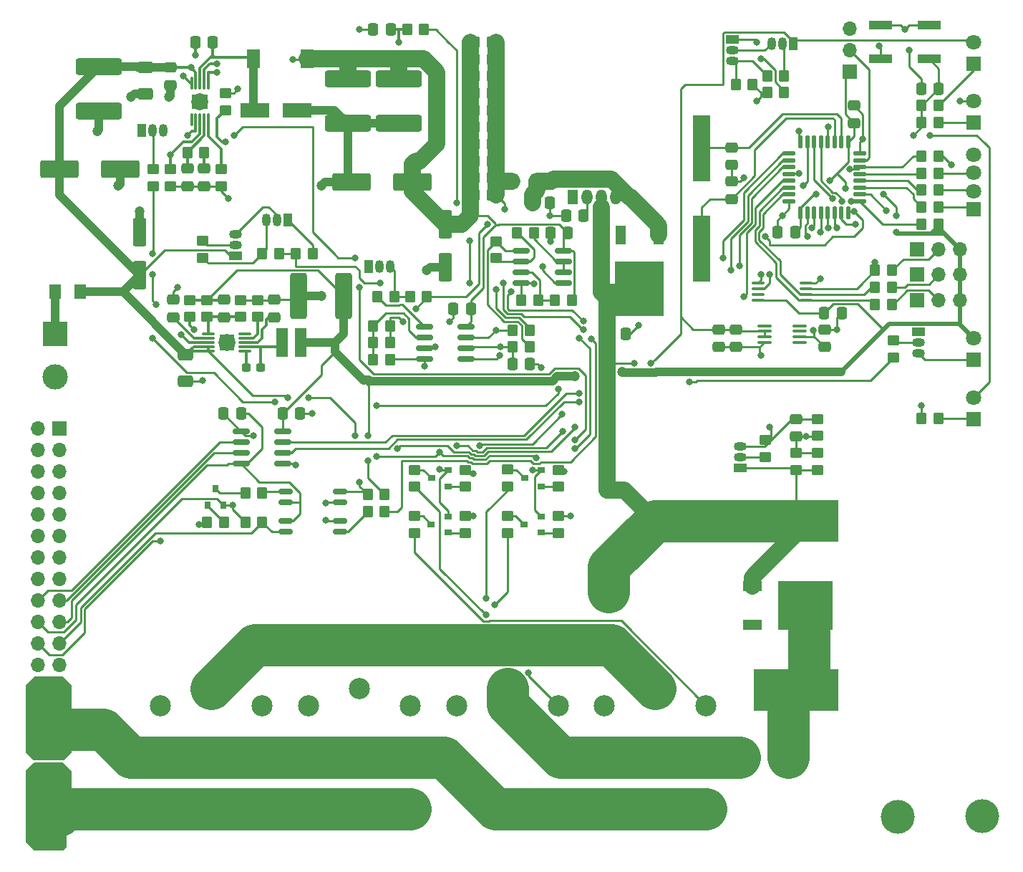
<source format=gbr>
%TF.GenerationSoftware,KiCad,Pcbnew,(5.99.0-9544-g366189b864)*%
%TF.CreationDate,2021-03-03T05:16:54+01:00*%
%TF.ProjectId,PowerBoard 1,506f7765-7242-46f6-9172-6420312e6b69,rev?*%
%TF.SameCoordinates,Original*%
%TF.FileFunction,Copper,L1,Top*%
%TF.FilePolarity,Positive*%
%FSLAX46Y46*%
G04 Gerber Fmt 4.6, Leading zero omitted, Abs format (unit mm)*
G04 Created by KiCad (PCBNEW (5.99.0-9544-g366189b864)) date 2021-03-03 05:16:54*
%MOMM*%
%LPD*%
G01*
G04 APERTURE LIST*
G04 Aperture macros list*
%AMRoundRect*
0 Rectangle with rounded corners*
0 $1 Rounding radius*
0 $2 $3 $4 $5 $6 $7 $8 $9 X,Y pos of 4 corners*
0 Add a 4 corners polygon primitive as box body*
4,1,4,$2,$3,$4,$5,$6,$7,$8,$9,$2,$3,0*
0 Add four circle primitives for the rounded corners*
1,1,$1+$1,$2,$3*
1,1,$1+$1,$4,$5*
1,1,$1+$1,$6,$7*
1,1,$1+$1,$8,$9*
0 Add four rect primitives between the rounded corners*
20,1,$1+$1,$2,$3,$4,$5,0*
20,1,$1+$1,$4,$5,$6,$7,0*
20,1,$1+$1,$6,$7,$8,$9,0*
20,1,$1+$1,$8,$9,$2,$3,0*%
G04 Aperture macros list end*
%TA.AperFunction,SMDPad,CuDef*%
%ADD10RoundRect,0.250000X-0.350000X-0.450000X0.350000X-0.450000X0.350000X0.450000X-0.350000X0.450000X0*%
%TD*%
%TA.AperFunction,SMDPad,CuDef*%
%ADD11RoundRect,0.250000X-0.450000X0.350000X-0.450000X-0.350000X0.450000X-0.350000X0.450000X0.350000X0*%
%TD*%
%TA.AperFunction,SMDPad,CuDef*%
%ADD12RoundRect,0.250000X0.450000X-0.350000X0.450000X0.350000X-0.450000X0.350000X-0.450000X-0.350000X0*%
%TD*%
%TA.AperFunction,SMDPad,CuDef*%
%ADD13RoundRect,0.250000X-0.475000X0.337500X-0.475000X-0.337500X0.475000X-0.337500X0.475000X0.337500X0*%
%TD*%
%TA.AperFunction,SMDPad,CuDef*%
%ADD14RoundRect,0.150000X-0.825000X-0.150000X0.825000X-0.150000X0.825000X0.150000X-0.825000X0.150000X0*%
%TD*%
%TA.AperFunction,SMDPad,CuDef*%
%ADD15R,0.900000X0.800000*%
%TD*%
%TA.AperFunction,SMDPad,CuDef*%
%ADD16RoundRect,0.250000X0.350000X0.450000X-0.350000X0.450000X-0.350000X-0.450000X0.350000X-0.450000X0*%
%TD*%
%TA.AperFunction,SMDPad,CuDef*%
%ADD17RoundRect,0.250000X0.550000X-1.412500X0.550000X1.412500X-0.550000X1.412500X-0.550000X-1.412500X0*%
%TD*%
%TA.AperFunction,SMDPad,CuDef*%
%ADD18RoundRect,0.250000X-0.337500X-0.475000X0.337500X-0.475000X0.337500X0.475000X-0.337500X0.475000X0*%
%TD*%
%TA.AperFunction,SMDPad,CuDef*%
%ADD19R,0.800000X0.900000*%
%TD*%
%TA.AperFunction,SMDPad,CuDef*%
%ADD20RoundRect,0.250000X-0.550000X1.412500X-0.550000X-1.412500X0.550000X-1.412500X0.550000X1.412500X0*%
%TD*%
%TA.AperFunction,SMDPad,CuDef*%
%ADD21RoundRect,0.237500X-0.300000X-0.237500X0.300000X-0.237500X0.300000X0.237500X-0.300000X0.237500X0*%
%TD*%
%TA.AperFunction,ComponentPad*%
%ADD22R,1.700000X1.700000*%
%TD*%
%TA.AperFunction,ComponentPad*%
%ADD23O,1.700000X1.700000*%
%TD*%
%TA.AperFunction,SMDPad,CuDef*%
%ADD24RoundRect,0.125000X-0.125000X0.625000X-0.125000X-0.625000X0.125000X-0.625000X0.125000X0.625000X0*%
%TD*%
%TA.AperFunction,SMDPad,CuDef*%
%ADD25RoundRect,0.125000X-0.625000X0.125000X-0.625000X-0.125000X0.625000X-0.125000X0.625000X0.125000X0*%
%TD*%
%TA.AperFunction,ComponentPad*%
%ADD26C,2.500000*%
%TD*%
%TA.AperFunction,ComponentPad*%
%ADD27R,1.800000X1.800000*%
%TD*%
%TA.AperFunction,ComponentPad*%
%ADD28C,1.800000*%
%TD*%
%TA.AperFunction,SMDPad,CuDef*%
%ADD29RoundRect,0.250001X1.999999X0.799999X-1.999999X0.799999X-1.999999X-0.799999X1.999999X-0.799999X0*%
%TD*%
%TA.AperFunction,SMDPad,CuDef*%
%ADD30R,10.000000X5.000000*%
%TD*%
%TA.AperFunction,ComponentPad*%
%ADD31R,1.500000X1.050000*%
%TD*%
%TA.AperFunction,ComponentPad*%
%ADD32O,1.500000X1.050000*%
%TD*%
%TA.AperFunction,SMDPad,CuDef*%
%ADD33RoundRect,0.250000X0.475000X-0.337500X0.475000X0.337500X-0.475000X0.337500X-0.475000X-0.337500X0*%
%TD*%
%TA.AperFunction,SMDPad,CuDef*%
%ADD34RoundRect,0.250001X-1.999999X-0.799999X1.999999X-0.799999X1.999999X0.799999X-1.999999X0.799999X0*%
%TD*%
%TA.AperFunction,SMDPad,CuDef*%
%ADD35RoundRect,0.100000X-0.712500X-0.100000X0.712500X-0.100000X0.712500X0.100000X-0.712500X0.100000X0*%
%TD*%
%TA.AperFunction,SMDPad,CuDef*%
%ADD36RoundRect,0.150000X0.662500X0.150000X-0.662500X0.150000X-0.662500X-0.150000X0.662500X-0.150000X0*%
%TD*%
%TA.AperFunction,SMDPad,CuDef*%
%ADD37RoundRect,0.250000X-0.650000X0.412500X-0.650000X-0.412500X0.650000X-0.412500X0.650000X0.412500X0*%
%TD*%
%TA.AperFunction,SMDPad,CuDef*%
%ADD38RoundRect,0.250000X0.337500X0.475000X-0.337500X0.475000X-0.337500X-0.475000X0.337500X-0.475000X0*%
%TD*%
%TA.AperFunction,SMDPad,CuDef*%
%ADD39R,1.500000X2.200000*%
%TD*%
%TA.AperFunction,SMDPad,CuDef*%
%ADD40RoundRect,0.249999X0.737501X2.450001X-0.737501X2.450001X-0.737501X-2.450001X0.737501X-2.450001X0*%
%TD*%
%TA.AperFunction,SMDPad,CuDef*%
%ADD41RoundRect,0.249999X-2.450001X0.737501X-2.450001X-0.737501X2.450001X-0.737501X2.450001X0.737501X0*%
%TD*%
%TA.AperFunction,SMDPad,CuDef*%
%ADD42R,2.200000X1.200000*%
%TD*%
%TA.AperFunction,SMDPad,CuDef*%
%ADD43R,6.400000X5.800000*%
%TD*%
%TA.AperFunction,ComponentPad*%
%ADD44R,1.050000X1.500000*%
%TD*%
%TA.AperFunction,ComponentPad*%
%ADD45O,1.050000X1.500000*%
%TD*%
%TA.AperFunction,SMDPad,CuDef*%
%ADD46R,2.800000X1.000000*%
%TD*%
%TA.AperFunction,SMDPad,CuDef*%
%ADD47RoundRect,0.100000X0.637500X0.100000X-0.637500X0.100000X-0.637500X-0.100000X0.637500X-0.100000X0*%
%TD*%
%TA.AperFunction,SMDPad,CuDef*%
%ADD48R,2.000000X7.875000*%
%TD*%
%TA.AperFunction,SMDPad,CuDef*%
%ADD49RoundRect,0.250000X1.450000X-0.400000X1.450000X0.400000X-1.450000X0.400000X-1.450000X-0.400000X0*%
%TD*%
%TA.AperFunction,SMDPad,CuDef*%
%ADD50RoundRect,0.250001X-0.462499X-0.624999X0.462499X-0.624999X0.462499X0.624999X-0.462499X0.624999X0*%
%TD*%
%TA.AperFunction,SMDPad,CuDef*%
%ADD51RoundRect,0.075000X-0.075000X0.662500X-0.075000X-0.662500X0.075000X-0.662500X0.075000X0.662500X0*%
%TD*%
%TA.AperFunction,SMDPad,CuDef*%
%ADD52R,1.980000X1.730000*%
%TD*%
%TA.AperFunction,ComponentPad*%
%ADD53C,2.000000*%
%TD*%
%TA.AperFunction,SMDPad,CuDef*%
%ADD54RoundRect,0.250000X-0.400000X-1.450000X0.400000X-1.450000X0.400000X1.450000X-0.400000X1.450000X0*%
%TD*%
%TA.AperFunction,SMDPad,CuDef*%
%ADD55R,1.350000X3.400000*%
%TD*%
%TA.AperFunction,SMDPad,CuDef*%
%ADD56R,3.500000X1.800000*%
%TD*%
%TA.AperFunction,SMDPad,CuDef*%
%ADD57R,1.200000X2.200000*%
%TD*%
%TA.AperFunction,SMDPad,CuDef*%
%ADD58R,5.800000X6.400000*%
%TD*%
%TA.AperFunction,SMDPad,CuDef*%
%ADD59RoundRect,0.075000X0.662500X0.075000X-0.662500X0.075000X-0.662500X-0.075000X0.662500X-0.075000X0*%
%TD*%
%TA.AperFunction,SMDPad,CuDef*%
%ADD60R,1.730000X1.980000*%
%TD*%
%TA.AperFunction,ComponentPad*%
%ADD61R,3.000000X3.000000*%
%TD*%
%TA.AperFunction,ComponentPad*%
%ADD62C,3.000000*%
%TD*%
%TA.AperFunction,SMDPad,CuDef*%
%ADD63RoundRect,0.150000X-0.662500X-0.150000X0.662500X-0.150000X0.662500X0.150000X-0.662500X0.150000X0*%
%TD*%
%TA.AperFunction,ComponentPad*%
%ADD64R,1.275000X1.800000*%
%TD*%
%TA.AperFunction,ComponentPad*%
%ADD65O,1.275000X1.800000*%
%TD*%
%TA.AperFunction,ViaPad*%
%ADD66C,0.800000*%
%TD*%
%TA.AperFunction,ViaPad*%
%ADD67C,1.200000*%
%TD*%
%TA.AperFunction,ViaPad*%
%ADD68C,4.000000*%
%TD*%
%TA.AperFunction,Conductor*%
%ADD69C,0.250000*%
%TD*%
%TA.AperFunction,Conductor*%
%ADD70C,1.000000*%
%TD*%
%TA.AperFunction,Conductor*%
%ADD71C,5.000000*%
%TD*%
%TA.AperFunction,Conductor*%
%ADD72C,0.300000*%
%TD*%
%TA.AperFunction,Conductor*%
%ADD73C,0.500000*%
%TD*%
%TA.AperFunction,Conductor*%
%ADD74C,2.000000*%
%TD*%
G04 APERTURE END LIST*
D10*
%TO.P,R40,1*%
%TO.N,V+*%
X109650000Y-33050000D03*
%TO.P,R40,2*%
%TO.N,Net-(F1-Pad1)*%
X111650000Y-33050000D03*
%TD*%
D11*
%TO.P,R66,1*%
%TO.N,GND*%
X150150000Y-63550000D03*
%TO.P,R66,2*%
%TO.N,Vout_ADC*%
X150150000Y-65550000D03*
%TD*%
D10*
%TO.P,R23,1*%
%TO.N,Net-(R22-Pad2)*%
X84500000Y-44000000D03*
%TO.P,R23,2*%
%TO.N,Temp_2*%
X86500000Y-44000000D03*
%TD*%
D12*
%TO.P,R48,1*%
%TO.N,Net-(R48-Pad1)*%
X102500000Y-77000000D03*
%TO.P,R48,2*%
%TO.N,Net-(Q3-Pad3)*%
X102500000Y-75000000D03*
%TD*%
D13*
%TO.P,C18,1*%
%TO.N,Vin*%
X73650000Y-22012500D03*
%TO.P,C18,2*%
%TO.N,GND*%
X73650000Y-24087500D03*
%TD*%
D14*
%TO.P,U1,1,VCC1*%
%TO.N,Galv_Vcc*%
X82000000Y-65000000D03*
%TO.P,U1,2,SDA1*%
%TO.N,Galv_SDA*%
X82000000Y-66270000D03*
%TO.P,U1,3,SCL1*%
%TO.N,Galv_SCL*%
X82000000Y-67540000D03*
%TO.P,U1,4,GND1*%
%TO.N,Galv_GND*%
X82000000Y-68810000D03*
%TO.P,U1,5,GND2*%
%TO.N,GND*%
X86950000Y-68810000D03*
%TO.P,U1,6,SCL2*%
%TO.N,SCL*%
X86950000Y-67540000D03*
%TO.P,U1,7,SDA2*%
%TO.N,SDA*%
X86950000Y-66270000D03*
%TO.P,U1,8,VCC2*%
%TO.N,+3V3*%
X86950000Y-65000000D03*
%TD*%
D15*
%TO.P,Q5,1,B*%
%TO.N,Net-(Q5-Pad1)*%
X106525000Y-71500000D03*
%TO.P,Q5,2,E*%
%TO.N,Vin*%
X106525000Y-69600000D03*
%TO.P,Q5,3,C*%
%TO.N,Net-(Q5-Pad3)*%
X104525000Y-70550000D03*
%TD*%
D16*
%TO.P,R46,1*%
%TO.N,Net-(R46-Pad1)*%
X116650000Y-41550000D03*
%TO.P,R46,2*%
%TO.N,Net-(R46-Pad2)*%
X114650000Y-41550000D03*
%TD*%
D15*
%TO.P,Q3,1,B*%
%TO.N,Net-(Q3-Pad1)*%
X106500000Y-76950000D03*
%TO.P,Q3,2,E*%
%TO.N,Vin*%
X106500000Y-75050000D03*
%TO.P,Q3,3,C*%
%TO.N,Net-(Q3-Pad3)*%
X104500000Y-76000000D03*
%TD*%
D12*
%TO.P,R56,1*%
%TO.N,Net-(R56-Pad1)*%
X144000000Y-68050000D03*
%TO.P,R56,2*%
%TO.N,GND*%
X144000000Y-66050000D03*
%TD*%
D17*
%TO.P,C4,1*%
%TO.N,Vin*%
X70000000Y-46537500D03*
%TO.P,C4,2*%
%TO.N,GND*%
X70000000Y-41462500D03*
%TD*%
D12*
%TO.P,R8,1*%
%TO.N,Net-(C21-Pad1)*%
X81977936Y-51500000D03*
%TO.P,R8,2*%
%TO.N,GND*%
X81977936Y-49500000D03*
%TD*%
%TO.P,R18,1*%
%TO.N,Vout*%
X71650000Y-36050000D03*
%TO.P,R18,2*%
%TO.N,Net-(Q1-Pad2)*%
X71650000Y-34050000D03*
%TD*%
D18*
%TO.P,C22,1*%
%TO.N,Net-(C22-Pad1)*%
X76612500Y-19050000D03*
%TO.P,C22,2*%
%TO.N,Net-(C22-Pad2)*%
X78687500Y-19050000D03*
%TD*%
D19*
%TO.P,Q8,1,B*%
%TO.N,Net-(Q8-Pad1)*%
X78050000Y-73750000D03*
%TO.P,Q8,2,E*%
%TO.N,Galv_Vcc*%
X79950000Y-73750000D03*
%TO.P,Q8,3,C*%
%TO.N,Net-(Q8-Pad3)*%
X79000000Y-71750000D03*
%TD*%
D20*
%TO.P,C27,1*%
%TO.N,V+*%
X106150000Y-40550000D03*
%TO.P,C27,2*%
%TO.N,GND*%
X106150000Y-45625000D03*
%TD*%
D10*
%TO.P,R37,1*%
%TO.N,V+*%
X109650000Y-27050000D03*
%TO.P,R37,2*%
%TO.N,Net-(F1-Pad1)*%
X111650000Y-27050000D03*
%TD*%
D21*
%TO.P,C20,1*%
%TO.N,Net-(C20-Pad1)*%
X82607500Y-57500000D03*
%TO.P,C20,2*%
%TO.N,Net-(C20-Pad2)*%
X84332500Y-57500000D03*
%TD*%
D11*
%TO.P,R54,1*%
%TO.N,Relay3*%
X119500000Y-75000000D03*
%TO.P,R54,2*%
%TO.N,Net-(Q4-Pad1)*%
X119500000Y-77000000D03*
%TD*%
D22*
%TO.P,J1,1,Pin_1*%
%TO.N,GND*%
X162000000Y-49500000D03*
D23*
%TO.P,J1,2,Pin_2*%
%TO.N,Net-(J1-Pad2)*%
X164540000Y-49500000D03*
%TO.P,J1,3,Pin_3*%
%TO.N,+3V3*%
X167080000Y-49500000D03*
%TD*%
D24*
%TO.P,U4,1,VDD*%
%TO.N,+3V3*%
X153800000Y-30825000D03*
%TO.P,U4,2,PF0*%
%TO.N,Crystal_IN*%
X153000000Y-30825000D03*
%TO.P,U4,3,PF1*%
%TO.N,Crystal_OUT*%
X152200000Y-30825000D03*
%TO.P,U4,4,NRST*%
%TO.N,NRST*%
X151400000Y-30825000D03*
%TO.P,U4,5,VDDA*%
%TO.N,REF-3V*%
X150600000Y-30825000D03*
%TO.P,U4,6,PA0*%
%TO.N,Vout_ADC*%
X149800000Y-30825000D03*
%TO.P,U4,7,PA1*%
%TO.N,Iout_ADC*%
X149000000Y-30825000D03*
%TO.P,U4,8,PA2*%
%TO.N,Temp_1*%
X148200000Y-30825000D03*
D25*
%TO.P,U4,9,PA3*%
%TO.N,Temp_2*%
X146825000Y-32200000D03*
%TO.P,U4,10,PA4*%
%TO.N,Interrupt*%
X146825000Y-33000000D03*
%TO.P,U4,11,PA5*%
%TO.N,Vout_DAC*%
X146825000Y-33800000D03*
%TO.P,U4,12,PA6*%
%TO.N,Iout_DAC*%
X146825000Y-34600000D03*
%TO.P,U4,13,PA7*%
%TO.N,Relay1*%
X146825000Y-35400000D03*
%TO.P,U4,14,PB0*%
%TO.N,ADDR1*%
X146825000Y-36200000D03*
%TO.P,U4,15,PB1*%
%TO.N,ADDR2*%
X146825000Y-37000000D03*
%TO.P,U4,16,VSS*%
%TO.N,GND*%
X146825000Y-37800000D03*
D24*
%TO.P,U4,17,VDD*%
%TO.N,+3V3*%
X148200000Y-39175000D03*
%TO.P,U4,18,PA8*%
%TO.N,Relay2*%
X149000000Y-39175000D03*
%TO.P,U4,19,PA9*%
%TO.N,Relay3*%
X149800000Y-39175000D03*
%TO.P,U4,20,PA10*%
%TO.N,Relay4*%
X150600000Y-39175000D03*
%TO.P,U4,21,PA11*%
%TO.N,Enable*%
X151400000Y-39175000D03*
%TO.P,U4,22,PA12*%
%TO.N,Pgood Vout*%
X152200000Y-39175000D03*
%TO.P,U4,23,PA13*%
%TO.N,Error*%
X153000000Y-39175000D03*
%TO.P,U4,24,PA14*%
%TO.N,EN_Vout*%
X153800000Y-39175000D03*
D25*
%TO.P,U4,25,PA15*%
%TO.N,SCL*%
X155175000Y-37800000D03*
%TO.P,U4,26,PB3*%
%TO.N,ADDR3*%
X155175000Y-37000000D03*
%TO.P,U4,27,PB4*%
%TO.N,RGB_R*%
X155175000Y-36200000D03*
%TO.P,U4,28,PB5*%
%TO.N,RGB_G*%
X155175000Y-35400000D03*
%TO.P,U4,29,PB6*%
%TO.N,RGB_B*%
X155175000Y-34600000D03*
%TO.P,U4,30,PB7*%
%TO.N,SDA*%
X155175000Y-33800000D03*
%TO.P,U4,31,BOOT0*%
%TO.N,Boot0*%
X155175000Y-33000000D03*
%TO.P,U4,32,VSS*%
%TO.N,GND*%
X155175000Y-32200000D03*
%TD*%
D16*
%TO.P,R29,1*%
%TO.N,Net-(D2-Pad2)*%
X164500000Y-36500000D03*
%TO.P,R29,2*%
%TO.N,RGB_G*%
X162500000Y-36500000D03*
%TD*%
D26*
%TO.P,RL4,1,L1*%
%TO.N,Net-(R64-Pad1)*%
X119500000Y-97400000D03*
%TO.P,RL4,2,L2*%
%TO.N,GND*%
X107500000Y-97400000D03*
%TO.P,RL4,3,R2*%
%TO.N,Net-(F4-Pad1)*%
X113500000Y-95400000D03*
%TO.P,RL4,4,R1*%
%TO.N,Virt-Bus2*%
X119500000Y-109600000D03*
%TD*%
D16*
%TO.P,R43,1*%
%TO.N,Interrupt*%
X99000000Y-74500000D03*
%TO.P,R43,2*%
%TO.N,Net-(R43-Pad2)*%
X97000000Y-74500000D03*
%TD*%
%TO.P,R15,1*%
%TO.N,+3V3*%
X164500000Y-32500000D03*
%TO.P,R15,2*%
%TO.N,SDA*%
X162500000Y-32500000D03*
%TD*%
%TO.P,R28,1*%
%TO.N,Net-(D2-Pad1)*%
X164500000Y-38500000D03*
%TO.P,R28,2*%
%TO.N,RGB_R*%
X162500000Y-38500000D03*
%TD*%
D11*
%TO.P,R45,1*%
%TO.N,Relay2*%
X108500000Y-75000000D03*
%TO.P,R45,2*%
%TO.N,Net-(Q3-Pad1)*%
X108500000Y-77000000D03*
%TD*%
D10*
%TO.P,R39,1*%
%TO.N,V+*%
X109650000Y-31050000D03*
%TO.P,R39,2*%
%TO.N,Net-(F1-Pad1)*%
X111650000Y-31050000D03*
%TD*%
D27*
%TO.P,D5,1,K*%
%TO.N,Net-(D5-Pad1)*%
X168650000Y-28550000D03*
D28*
%TO.P,D5,2,A*%
%TO.N,Error*%
X168650000Y-26010000D03*
%TD*%
D10*
%TO.P,R68,1*%
%TO.N,CL_PD*%
X102000000Y-49050000D03*
%TO.P,R68,2*%
%TO.N,Vref_LDO*%
X104000000Y-49050000D03*
%TD*%
D29*
%TO.P,C30,1*%
%TO.N,V+*%
X102250000Y-35550000D03*
%TO.P,C30,2*%
%TO.N,GND*%
X95050000Y-35550000D03*
%TD*%
D30*
%TO.P,J8,1,Pin_1*%
%TO.N,GND*%
X147650000Y-95550000D03*
%TD*%
D11*
%TO.P,R17,1*%
%TO.N,V+*%
X80150000Y-25050000D03*
%TO.P,R17,2*%
%TO.N,Net-(Q1-Pad3)*%
X80150000Y-27050000D03*
%TD*%
D16*
%TO.P,R1,1*%
%TO.N,EN_Vout*%
X103650000Y-17550000D03*
%TO.P,R1,2*%
%TO.N,Net-(C11-Pad1)*%
X101650000Y-17550000D03*
%TD*%
D31*
%TO.P,U8,1,V-*%
%TO.N,GND*%
X140127500Y-18730000D03*
D32*
%TO.P,U8,2,V+*%
%TO.N,Net-(U7-Pad3)*%
X140127500Y-20000000D03*
%TO.P,U8,3,ADJ*%
%TO.N,Net-(R19-Pad2)*%
X140127500Y-21270000D03*
%TD*%
D15*
%TO.P,Q4,1,B*%
%TO.N,Net-(Q4-Pad1)*%
X117500000Y-76950000D03*
%TO.P,Q4,2,E*%
%TO.N,Vin*%
X117500000Y-75050000D03*
%TO.P,Q4,3,C*%
%TO.N,Net-(Q4-Pad3)*%
X115500000Y-76000000D03*
%TD*%
D27*
%TO.P,D6,1,K*%
%TO.N,CCLed*%
X168650000Y-56550000D03*
D28*
%TO.P,D6,2,A*%
%TO.N,+3V3*%
X168650000Y-54010000D03*
%TD*%
D10*
%TO.P,R38,1*%
%TO.N,V+*%
X109650000Y-29050000D03*
%TO.P,R38,2*%
%TO.N,Net-(F1-Pad1)*%
X111650000Y-29050000D03*
%TD*%
D16*
%TO.P,R6,1*%
%TO.N,Net-(C17-Pad1)*%
X77650000Y-32050000D03*
%TO.P,R6,2*%
%TO.N,Net-(C14-Pad1)*%
X75650000Y-32050000D03*
%TD*%
D18*
%TO.P,C12,1*%
%TO.N,NRST*%
X162462500Y-24500000D03*
%TO.P,C12,2*%
%TO.N,GND*%
X164537500Y-24500000D03*
%TD*%
D10*
%TO.P,R26,1*%
%TO.N,GND*%
X162500000Y-63500000D03*
%TO.P,R26,2*%
%TO.N,Net-(D4-Pad1)*%
X164500000Y-63500000D03*
%TD*%
D33*
%TO.P,C9,1*%
%TO.N,Net-(C9-Pad1)*%
X73970000Y-51537500D03*
%TO.P,C9,2*%
%TO.N,GND*%
X73970000Y-49462500D03*
%TD*%
D10*
%TO.P,R3,1*%
%TO.N,ADDR1*%
X157000000Y-50000000D03*
%TO.P,R3,2*%
%TO.N,Net-(J1-Pad2)*%
X159000000Y-50000000D03*
%TD*%
D16*
%TO.P,R47,1*%
%TO.N,V+*%
X121150000Y-49550000D03*
%TO.P,R47,2*%
%TO.N,Net-(R47-Pad2)*%
X119150000Y-49550000D03*
%TD*%
D22*
%TO.P,J3,1,Pin_1*%
%TO.N,GND*%
X162000000Y-43500000D03*
D23*
%TO.P,J3,2,Pin_2*%
%TO.N,Net-(J3-Pad2)*%
X164540000Y-43500000D03*
%TO.P,J3,3,Pin_3*%
%TO.N,+3V3*%
X167080000Y-43500000D03*
%TD*%
D10*
%TO.P,R50,1*%
%TO.N,Galv_Vcc*%
X82500000Y-75750000D03*
%TO.P,R50,2*%
%TO.N,Galv_Interrupt*%
X84500000Y-75750000D03*
%TD*%
D16*
%TO.P,R19,1*%
%TO.N,Net-(R19-Pad1)*%
X146250000Y-23000000D03*
%TO.P,R19,2*%
%TO.N,Net-(R19-Pad2)*%
X144250000Y-23000000D03*
%TD*%
D15*
%TO.P,Q2,1,B*%
%TO.N,Net-(Q2-Pad1)*%
X117525000Y-71500000D03*
%TO.P,Q2,2,E*%
%TO.N,Vin*%
X117525000Y-69600000D03*
%TO.P,Q2,3,C*%
%TO.N,Net-(Q2-Pad3)*%
X115525000Y-70550000D03*
%TD*%
D27*
%TO.P,D4,1,K*%
%TO.N,Net-(D4-Pad1)*%
X168650000Y-63550000D03*
D28*
%TO.P,D4,2,A*%
%TO.N,EN_Vout*%
X168650000Y-61010000D03*
%TD*%
D34*
%TO.P,C1,1*%
%TO.N,Vin*%
X60500000Y-34000000D03*
%TO.P,C1,2*%
%TO.N,GND*%
X67700000Y-34000000D03*
%TD*%
D16*
%TO.P,R51,1*%
%TO.N,+3V3*%
X99000000Y-72500000D03*
%TO.P,R51,2*%
%TO.N,Enable*%
X97000000Y-72500000D03*
%TD*%
D12*
%TO.P,R2,1*%
%TO.N,Net-(R2-Pad1)*%
X83970000Y-51500000D03*
%TO.P,R2,2*%
%TO.N,GND*%
X83970000Y-49500000D03*
%TD*%
D35*
%TO.P,U2,1,DNC*%
%TO.N,N/C*%
X143887500Y-52525000D03*
%TO.P,U2,2,Vin*%
%TO.N,Vin*%
X143887500Y-53175000D03*
%TO.P,U2,3,~SHDN*%
X143887500Y-53825000D03*
%TO.P,U2,4,GND*%
%TO.N,GND*%
X143887500Y-54475000D03*
%TO.P,U2,5,DNC*%
%TO.N,N/C*%
X148112500Y-54475000D03*
%TO.P,U2,6,OUT*%
%TO.N,REF-3V*%
X148112500Y-53825000D03*
%TO.P,U2,7,DNC*%
%TO.N,N/C*%
X148112500Y-53175000D03*
%TO.P,U2,8,DNC*%
X148112500Y-52525000D03*
%TD*%
D10*
%TO.P,R25,1*%
%TO.N,GND*%
X162500000Y-26500000D03*
%TO.P,R25,2*%
%TO.N,Net-(D3-Pad1)*%
X164500000Y-26500000D03*
%TD*%
D36*
%TO.P,U12,1*%
%TO.N,Net-(R43-Pad2)*%
X93687500Y-76885000D03*
%TO.P,U12,2*%
%TO.N,GND*%
X93687500Y-75615000D03*
%TO.P,U12,3*%
%TO.N,Galv_GND*%
X87312500Y-75615000D03*
%TO.P,U12,4*%
%TO.N,Galv_Interrupt*%
X87312500Y-76885000D03*
%TD*%
D10*
%TO.P,R34,1*%
%TO.N,V+*%
X109650000Y-21050000D03*
%TO.P,R34,2*%
%TO.N,Net-(F1-Pad1)*%
X111650000Y-21050000D03*
%TD*%
D37*
%TO.P,C13,1*%
%TO.N,Vin*%
X70650000Y-21987500D03*
%TO.P,C13,2*%
%TO.N,GND*%
X70650000Y-25112500D03*
%TD*%
D12*
%TO.P,R9,1*%
%TO.N,Net-(C21-Pad1)*%
X77970000Y-51500000D03*
%TO.P,R9,2*%
%TO.N,+3V3*%
X77970000Y-49500000D03*
%TD*%
D38*
%TO.P,C31,1*%
%TO.N,+3V3*%
X147537500Y-41500000D03*
%TO.P,C31,2*%
%TO.N,GND*%
X145462500Y-41500000D03*
%TD*%
D10*
%TO.P,R41,1*%
%TO.N,V+*%
X109650000Y-35050000D03*
%TO.P,R41,2*%
%TO.N,Net-(F1-Pad1)*%
X111650000Y-35050000D03*
%TD*%
D26*
%TO.P,RL3,1,L1*%
%TO.N,Net-(R55-Pad1)*%
X102000000Y-97400000D03*
%TO.P,RL3,2,L2*%
%TO.N,GND*%
X90000000Y-97400000D03*
%TO.P,RL3,3,R2*%
%TO.N,Net-(F4-Pad1)*%
X96000000Y-95400000D03*
%TO.P,RL3,4,R1*%
%TO.N,Virt-Bus1*%
X102000000Y-109600000D03*
%TD*%
D11*
%TO.P,R31,1*%
%TO.N,Relay1*%
X119525000Y-69550000D03*
%TO.P,R31,2*%
%TO.N,Net-(Q2-Pad1)*%
X119525000Y-71550000D03*
%TD*%
D39*
%TO.P,L2,1,1*%
%TO.N,Net-(C22-Pad2)*%
X83450000Y-21000000D03*
%TO.P,L2,2,2*%
%TO.N,V+*%
X89850000Y-21000000D03*
%TD*%
D40*
%TO.P,C23,1*%
%TO.N,+3V3*%
X94115436Y-49000000D03*
%TO.P,C23,2*%
%TO.N,GND*%
X88840436Y-49000000D03*
%TD*%
D12*
%TO.P,R32,1*%
%TO.N,Net-(R32-Pad1)*%
X113500000Y-71500000D03*
%TO.P,R32,2*%
%TO.N,Net-(Q2-Pad3)*%
X113500000Y-69500000D03*
%TD*%
D41*
%TO.P,C26,1*%
%TO.N,V+*%
X100650000Y-23362500D03*
%TO.P,C26,2*%
%TO.N,GND*%
X100650000Y-28637500D03*
%TD*%
D42*
%TO.P,D8,1,K*%
%TO.N,Vout*%
X142450000Y-83270000D03*
D43*
%TO.P,D8,2,A*%
%TO.N,GND*%
X148750000Y-85550000D03*
D42*
%TO.P,D8,3*%
%TO.N,N/C*%
X142450000Y-87830000D03*
%TD*%
D44*
%TO.P,Q1,1,S*%
%TO.N,V+*%
X70300000Y-29447500D03*
D45*
%TO.P,Q1,2,G*%
%TO.N,Net-(Q1-Pad2)*%
X71570000Y-29447500D03*
%TO.P,Q1,3,D*%
%TO.N,Net-(Q1-Pad3)*%
X72840000Y-29447500D03*
%TD*%
D31*
%TO.P,Q7,1,E*%
%TO.N,GND*%
X162150000Y-53280000D03*
D32*
%TO.P,Q7,2,B*%
%TO.N,Net-(Q7-Pad2)*%
X162150000Y-54550000D03*
%TO.P,Q7,3,C*%
%TO.N,CCLed*%
X162150000Y-55820000D03*
%TD*%
D10*
%TO.P,R42,1*%
%TO.N,V+*%
X109650000Y-37050000D03*
%TO.P,R42,2*%
%TO.N,Net-(F1-Pad1)*%
X111650000Y-37050000D03*
%TD*%
D13*
%TO.P,C38,1*%
%TO.N,GND*%
X147650000Y-63550000D03*
%TO.P,C38,2*%
%TO.N,Vout_ADC*%
X147650000Y-65625000D03*
%TD*%
D10*
%TO.P,R49,1*%
%TO.N,GND*%
X115150000Y-49550000D03*
%TO.P,R49,2*%
%TO.N,Net-(R47-Pad2)*%
X117150000Y-49550000D03*
%TD*%
D33*
%TO.P,C6,1*%
%TO.N,GND*%
X140000000Y-33537500D03*
%TO.P,C6,2*%
%TO.N,Crystal_IN*%
X140000000Y-31462500D03*
%TD*%
D16*
%TO.P,R53,1*%
%TO.N,Net-(R52-Pad2)*%
X116150000Y-55050000D03*
%TO.P,R53,2*%
%TO.N,Iout_ADC*%
X114150000Y-55050000D03*
%TD*%
D46*
%TO.P,SW1,1,1*%
%TO.N,NRST*%
X163400000Y-17000000D03*
X157600000Y-17000000D03*
%TO.P,SW1,2,2*%
%TO.N,GND*%
X163400000Y-21000000D03*
X157600000Y-21000000D03*
%TD*%
D14*
%TO.P,U11,1*%
%TO.N,Net-(R52-Pad2)*%
X115175000Y-43645000D03*
%TO.P,U11,2,-*%
%TO.N,Net-(R46-Pad2)*%
X115175000Y-44915000D03*
%TO.P,U11,3,+*%
%TO.N,Net-(R47-Pad2)*%
X115175000Y-46185000D03*
%TO.P,U11,4,V-*%
%TO.N,GND*%
X115175000Y-47455000D03*
%TO.P,U11,5,+*%
%TO.N,Net-(F1-Pad1)*%
X120125000Y-47455000D03*
%TO.P,U11,6,-*%
%TO.N,Net-(R46-Pad1)*%
X120125000Y-46185000D03*
%TO.P,U11,7*%
X120125000Y-44915000D03*
%TO.P,U11,8,V+*%
%TO.N,V+*%
X120125000Y-43645000D03*
%TD*%
D10*
%TO.P,R61,1*%
%TO.N,Net-(R61-Pad1)*%
X114150000Y-53050000D03*
%TO.P,R61,2*%
%TO.N,Net-(Q6-Pad2)*%
X116150000Y-53050000D03*
%TD*%
D37*
%TO.P,C8,1*%
%TO.N,Vin*%
X75470000Y-55937500D03*
%TO.P,C8,2*%
%TO.N,GND*%
X75470000Y-59062500D03*
%TD*%
D47*
%TO.P,U6,1,E0*%
%TO.N,ADDR1*%
X148862500Y-49475000D03*
%TO.P,U6,2,E1*%
%TO.N,ADDR2*%
X148862500Y-48825000D03*
%TO.P,U6,3,E2*%
%TO.N,ADDR3*%
X148862500Y-48175000D03*
%TO.P,U6,4,VSS*%
%TO.N,GND*%
X148862500Y-47525000D03*
%TO.P,U6,5,SDA*%
%TO.N,SDA*%
X143137500Y-47525000D03*
%TO.P,U6,6,SCL*%
%TO.N,SCL*%
X143137500Y-48175000D03*
%TO.P,U6,7,~WC*%
%TO.N,N/C*%
X143137500Y-48825000D03*
%TO.P,U6,8,VCC*%
%TO.N,+3V3*%
X143137500Y-49475000D03*
%TD*%
D48*
%TO.P,Y1,1,1*%
%TO.N,Crystal_OUT*%
X136500000Y-43437500D03*
%TO.P,Y1,2,2*%
%TO.N,Crystal_IN*%
X136500000Y-31562500D03*
%TD*%
D10*
%TO.P,R35,1*%
%TO.N,V+*%
X109650000Y-23050000D03*
%TO.P,R35,2*%
%TO.N,Net-(F1-Pad1)*%
X111650000Y-23050000D03*
%TD*%
D18*
%TO.P,C35,1*%
%TO.N,Vout*%
X125425000Y-53500000D03*
%TO.P,C35,2*%
%TO.N,GND*%
X127500000Y-53500000D03*
%TD*%
D16*
%TO.P,R16,1*%
%TO.N,+3V3*%
X164500000Y-40500000D03*
%TO.P,R16,2*%
%TO.N,SCL*%
X162500000Y-40500000D03*
%TD*%
D49*
%TO.P,F2,1*%
%TO.N,Net-(F2-Pad1)*%
X125500000Y-89725000D03*
%TO.P,F2,2*%
%TO.N,Vout*%
X125500000Y-85275000D03*
%TD*%
D10*
%TO.P,R36,1*%
%TO.N,V+*%
X109650000Y-25050000D03*
%TO.P,R36,2*%
%TO.N,Net-(F1-Pad1)*%
X111650000Y-25050000D03*
%TD*%
D31*
%TO.P,U9,1*%
%TO.N,Vin*%
X81372500Y-44270000D03*
D32*
%TO.P,U9,2*%
%TO.N,Net-(R22-Pad1)*%
X81372500Y-43000000D03*
%TO.P,U9,3*%
%TO.N,Net-(U10-Pad2)*%
X81372500Y-41730000D03*
%TD*%
D10*
%TO.P,R44,1*%
%TO.N,Net-(Q8-Pad3)*%
X82500000Y-72250000D03*
%TO.P,R44,2*%
%TO.N,Net-(R44-Pad2)*%
X84500000Y-72250000D03*
%TD*%
D11*
%TO.P,R67,1*%
%TO.N,Vout_ADC*%
X150150000Y-67550000D03*
%TO.P,R67,2*%
%TO.N,Vout*%
X150150000Y-69550000D03*
%TD*%
D10*
%TO.P,R27,1*%
%TO.N,GND*%
X162500000Y-28500000D03*
%TO.P,R27,2*%
%TO.N,Net-(D5-Pad1)*%
X164500000Y-28500000D03*
%TD*%
D50*
%TO.P,F3,1*%
%TO.N,Vin Polly*%
X60012500Y-48500000D03*
%TO.P,F3,2*%
%TO.N,Vin*%
X62987500Y-48500000D03*
%TD*%
D13*
%TO.P,C14,1*%
%TO.N,Net-(C14-Pad1)*%
X75650000Y-33975000D03*
%TO.P,C14,2*%
%TO.N,GND*%
X75650000Y-36050000D03*
%TD*%
D51*
%TO.P,U5,1,BD*%
%TO.N,Vin*%
X78150000Y-23887500D03*
%TO.P,U5,2,BOOST*%
%TO.N,Net-(C22-Pad1)*%
X77650000Y-23887500D03*
%TO.P,U5,3,SW*%
%TO.N,Net-(C22-Pad2)*%
X77150000Y-23887500D03*
%TO.P,U5,4,Vin*%
%TO.N,Vin*%
X76650000Y-23887500D03*
%TO.P,U5,5,RUN/SS*%
%TO.N,Net-(C11-Pad1)*%
X76150000Y-23887500D03*
%TO.P,U5,6,SYNC*%
%TO.N,N/C*%
X76150000Y-28212500D03*
%TO.P,U5,7,PG*%
%TO.N,Pgood Vout*%
X76650000Y-28212500D03*
%TO.P,U5,8,FB*%
%TO.N,Net-(Q1-Pad3)*%
X77150000Y-28212500D03*
%TO.P,U5,9,Vcontrol*%
%TO.N,Net-(C14-Pad1)*%
X77650000Y-28212500D03*
%TO.P,U5,10,RT*%
%TO.N,Net-(R7-Pad2)*%
X78150000Y-28212500D03*
D52*
%TO.P,U5,11,GND*%
%TO.N,GND*%
X77150000Y-26050000D03*
D53*
X77150000Y-26050000D03*
%TD*%
D12*
%TO.P,R52,1*%
%TO.N,Net-(R46-Pad2)*%
X112150000Y-44550000D03*
%TO.P,R52,2*%
%TO.N,Net-(R52-Pad2)*%
X112150000Y-42550000D03*
%TD*%
D10*
%TO.P,R58,1*%
%TO.N,Net-(R57-Pad2)*%
X97650000Y-52550000D03*
%TO.P,R58,2*%
%TO.N,Vref_LDO*%
X99650000Y-52550000D03*
%TD*%
D11*
%TO.P,R65,1*%
%TO.N,Vout_ADC*%
X147650000Y-67550000D03*
%TO.P,R65,2*%
%TO.N,Vout*%
X147650000Y-69550000D03*
%TD*%
D13*
%TO.P,C17,1*%
%TO.N,Net-(C17-Pad1)*%
X77650000Y-33975000D03*
%TO.P,C17,2*%
%TO.N,GND*%
X77650000Y-36050000D03*
%TD*%
D10*
%TO.P,R69,1*%
%TO.N,Galv_Enable*%
X78000000Y-75750000D03*
%TO.P,R69,2*%
%TO.N,Net-(Q8-Pad1)*%
X80000000Y-75750000D03*
%TD*%
D38*
%TO.P,C36,1*%
%TO.N,GND*%
X116187500Y-57050000D03*
%TO.P,C36,2*%
%TO.N,Iout_ADC*%
X114112500Y-57050000D03*
%TD*%
D11*
%TO.P,R60,1*%
%TO.N,Relay4*%
X108525000Y-69550000D03*
%TO.P,R60,2*%
%TO.N,Net-(Q5-Pad1)*%
X108525000Y-71550000D03*
%TD*%
D54*
%TO.P,F4,1*%
%TO.N,Net-(F4-Pad1)*%
X142275000Y-103500000D03*
%TO.P,F4,2*%
%TO.N,GND*%
X146725000Y-103500000D03*
%TD*%
D18*
%TO.P,C19,1*%
%TO.N,+3V3*%
X86937500Y-62905000D03*
%TO.P,C19,2*%
%TO.N,GND*%
X89012500Y-62905000D03*
%TD*%
D10*
%TO.P,R4,1*%
%TO.N,ADDR2*%
X157000000Y-48000000D03*
%TO.P,R4,2*%
%TO.N,Net-(J2-Pad2)*%
X159000000Y-48000000D03*
%TD*%
D33*
%TO.P,C16,1*%
%TO.N,REF-3V*%
X151000000Y-55037500D03*
%TO.P,C16,2*%
%TO.N,GND*%
X151000000Y-52962500D03*
%TD*%
D30*
%TO.P,J7,1,Pin_1*%
%TO.N,Vout*%
X147650000Y-75550000D03*
%TD*%
D10*
%TO.P,R24,1*%
%TO.N,Temp_2*%
X88500000Y-44000000D03*
%TO.P,R24,2*%
%TO.N,GND*%
X90500000Y-44000000D03*
%TD*%
D55*
%TO.P,L1,1,1*%
%TO.N,Net-(C20-Pad2)*%
X86895000Y-54500000D03*
%TO.P,L1,2,2*%
%TO.N,+3V3*%
X89045000Y-54500000D03*
%TD*%
D56*
%TO.P,D1,1,K*%
%TO.N,Net-(C22-Pad2)*%
X83650000Y-27050000D03*
%TO.P,D1,2,A*%
%TO.N,GND*%
X88650000Y-27050000D03*
%TD*%
D26*
%TO.P,RL1,1,L1*%
%TO.N,Net-(R32-Pad1)*%
X84500000Y-97400000D03*
%TO.P,RL1,2,L2*%
%TO.N,GND*%
X72500000Y-97400000D03*
%TO.P,RL1,3,R2*%
%TO.N,Net-(F2-Pad1)*%
X78500000Y-95400000D03*
%TO.P,RL1,4,R1*%
%TO.N,Virt-Bus1*%
X84500000Y-109600000D03*
%TD*%
D14*
%TO.P,U15,1*%
%TO.N,Net-(R63-Pad1)*%
X103675000Y-52645000D03*
%TO.P,U15,2,-*%
%TO.N,Net-(R57-Pad2)*%
X103675000Y-53915000D03*
%TO.P,U15,3,+*%
%TO.N,Vout_DAC*%
X103675000Y-55185000D03*
%TO.P,U15,4,V-*%
%TO.N,GND*%
X103675000Y-56455000D03*
%TO.P,U15,5,+*%
%TO.N,Iout_DAC*%
X108625000Y-56455000D03*
%TO.P,U15,6,-*%
%TO.N,Iout_ADC*%
X108625000Y-55185000D03*
%TO.P,U15,7*%
%TO.N,Net-(R61-Pad1)*%
X108625000Y-53915000D03*
%TO.P,U15,8,V+*%
%TO.N,V+*%
X108625000Y-52645000D03*
%TD*%
D27*
%TO.P,D2,1,RA*%
%TO.N,Net-(D2-Pad1)*%
X168650000Y-38790000D03*
D28*
%TO.P,D2,2,GA*%
%TO.N,Net-(D2-Pad2)*%
X168650000Y-36631000D03*
%TO.P,D2,3,BA*%
%TO.N,Net-(D2-Pad3)*%
X168650000Y-34472000D03*
%TO.P,D2,4,K*%
%TO.N,GND*%
X168650000Y-32313000D03*
%TD*%
D44*
%TO.P,U10,1,V-*%
%TO.N,GND*%
X87500000Y-40000000D03*
D45*
%TO.P,U10,2,V+*%
%TO.N,Net-(U10-Pad2)*%
X86230000Y-40000000D03*
%TO.P,U10,3,ADJ*%
%TO.N,Net-(R22-Pad2)*%
X84960000Y-40000000D03*
%TD*%
D10*
%TO.P,R20,1*%
%TO.N,Net-(R19-Pad2)*%
X140500000Y-24000000D03*
%TO.P,R20,2*%
%TO.N,Temp_1*%
X142500000Y-24000000D03*
%TD*%
D18*
%TO.P,C28,1*%
%TO.N,+3V3*%
X150962500Y-51000000D03*
%TO.P,C28,2*%
%TO.N,GND*%
X153037500Y-51000000D03*
%TD*%
D38*
%TO.P,C33,1*%
%TO.N,V+*%
X120650000Y-41550000D03*
%TO.P,C33,2*%
%TO.N,GND*%
X118575000Y-41550000D03*
%TD*%
D22*
%TO.P,J6,1,Pin_1*%
%TO.N,N/C*%
X60500000Y-64640000D03*
D23*
%TO.P,J6,2,Pin_2*%
X57960000Y-64640000D03*
%TO.P,J6,3,Pin_3*%
X60500000Y-67180000D03*
%TO.P,J6,4,Pin_4*%
X57960000Y-67180000D03*
%TO.P,J6,5,Pin_5*%
X60500000Y-69720000D03*
%TO.P,J6,6,Pin_6*%
X57960000Y-69720000D03*
%TO.P,J6,7,Pin_7*%
X60500000Y-72260000D03*
%TO.P,J6,8,Pin_8*%
X57960000Y-72260000D03*
%TO.P,J6,9,Pin_9*%
X60500000Y-74800000D03*
%TO.P,J6,10,Pin_10*%
X57960000Y-74800000D03*
%TO.P,J6,11,Pin_11*%
X60500000Y-77340000D03*
%TO.P,J6,12,Pin_12*%
X57960000Y-77340000D03*
%TO.P,J6,13,Pin_13*%
X60500000Y-79880000D03*
%TO.P,J6,14,Pin_14*%
X57960000Y-79880000D03*
%TO.P,J6,15,Pin_15*%
X60500000Y-82420000D03*
%TO.P,J6,16,Pin_16*%
X57960000Y-82420000D03*
%TO.P,J6,17,Pin_17*%
%TO.N,Galv_SCL*%
X60500000Y-84960000D03*
%TO.P,J6,18,Pin_18*%
%TO.N,Galv_SDA*%
X57960000Y-84960000D03*
%TO.P,J6,19,Pin_19*%
%TO.N,Galv_GND*%
X60500000Y-87500000D03*
%TO.P,J6,20,Pin_20*%
%TO.N,Galv_Vcc*%
X57960000Y-87500000D03*
%TO.P,J6,21,Pin_21*%
%TO.N,Galv_Interrupt*%
X60500000Y-90040000D03*
%TO.P,J6,22,Pin_22*%
%TO.N,Galv_Enable*%
X57960000Y-90040000D03*
%TO.P,J6,23,Pin_23*%
%TO.N,N/C*%
X60500000Y-92580000D03*
%TO.P,J6,24,Pin_24*%
X57960000Y-92580000D03*
%TO.P,J6,25,Pin_25*%
%TO.N,Virt-Bus2*%
X60500000Y-95120000D03*
%TO.P,J6,26,Pin_26*%
X57960000Y-95120000D03*
%TO.P,J6,27,Pin_27*%
X60500000Y-97660000D03*
%TO.P,J6,28,Pin_28*%
X57960000Y-97660000D03*
%TO.P,J6,29,Pin_29*%
X60500000Y-100200000D03*
%TO.P,J6,30,Pin_30*%
X57960000Y-100200000D03*
%TO.P,J6,31,Pin_31*%
X60500000Y-102740000D03*
%TO.P,J6,32,Pin_32*%
X57960000Y-102740000D03*
%TO.P,J6,33,Pin_33*%
%TO.N,Virt-Bus1*%
X60500000Y-105280000D03*
%TO.P,J6,34,Pin_34*%
X57960000Y-105280000D03*
%TO.P,J6,35,Pin_35*%
X60500000Y-107820000D03*
%TO.P,J6,36,Pin_36*%
X57960000Y-107820000D03*
%TO.P,J6,37,Pin_37*%
X60500000Y-110360000D03*
%TO.P,J6,38,Pin_38*%
X57960000Y-110360000D03*
%TO.P,J6,39,Pin_39*%
X60500000Y-112900000D03*
%TO.P,J6,40,Pin_40*%
X57960000Y-112900000D03*
%TD*%
D57*
%TO.P,D7,1,K*%
%TO.N,Net-(C32-Pad1)*%
X131430000Y-41850000D03*
D58*
%TO.P,D7,2,A*%
%TO.N,Vout*%
X129150000Y-48150000D03*
D57*
%TO.P,D7,3*%
%TO.N,N/C*%
X126870000Y-41850000D03*
%TD*%
D12*
%TO.P,R55,1*%
%TO.N,Net-(R55-Pad1)*%
X113500000Y-77000000D03*
%TO.P,R55,2*%
%TO.N,Net-(Q4-Pad3)*%
X113500000Y-75000000D03*
%TD*%
D10*
%TO.P,R63,1*%
%TO.N,Net-(R63-Pad1)*%
X98150000Y-49050000D03*
%TO.P,R63,2*%
%TO.N,CL_PD*%
X100150000Y-49050000D03*
%TD*%
D12*
%TO.P,R64,1*%
%TO.N,Net-(R64-Pad1)*%
X102525000Y-71550000D03*
%TO.P,R64,2*%
%TO.N,Net-(Q5-Pad3)*%
X102525000Y-69550000D03*
%TD*%
D31*
%TO.P,U16,1*%
%TO.N,Vout*%
X141022500Y-69320000D03*
D32*
%TO.P,U16,2*%
%TO.N,Net-(R56-Pad1)*%
X141022500Y-68050000D03*
%TO.P,U16,3*%
%TO.N,GND*%
X141022500Y-66780000D03*
%TD*%
D33*
%TO.P,C25,1*%
%TO.N,+3V3*%
X154500000Y-28575000D03*
%TO.P,C25,2*%
%TO.N,GND*%
X154500000Y-26500000D03*
%TD*%
D59*
%TO.P,U3,1,BST*%
%TO.N,Net-(C20-Pad1)*%
X82470000Y-55500000D03*
%TO.P,U3,2,SW*%
%TO.N,Net-(C20-Pad2)*%
X82470000Y-55000000D03*
%TO.P,U3,3,INTVcc*%
%TO.N,Net-(C3-Pad1)*%
X82470000Y-54500000D03*
%TO.P,U3,4,RT*%
%TO.N,Net-(R2-Pad1)*%
X82470000Y-54000000D03*
%TO.P,U3,5,Sync*%
%TO.N,N/C*%
X82470000Y-53500000D03*
%TO.P,U3,6,FB*%
%TO.N,Net-(C21-Pad1)*%
X78145000Y-53500000D03*
%TO.P,U3,7,TR/SS*%
%TO.N,Net-(C9-Pad1)*%
X78145000Y-54000000D03*
%TO.P,U3,8,PG*%
%TO.N,Pgood 3.3v*%
X78145000Y-54500000D03*
%TO.P,U3,9,Vin*%
%TO.N,Vin*%
X78145000Y-55000000D03*
%TO.P,U3,10,EN/UV*%
X78145000Y-55500000D03*
D53*
%TO.P,U3,11,GND*%
%TO.N,GND*%
X80307500Y-54500000D03*
D60*
X80307500Y-54500000D03*
%TD*%
D13*
%TO.P,C2,1*%
%TO.N,Vin*%
X138500000Y-52962500D03*
%TO.P,C2,2*%
%TO.N,GND*%
X138500000Y-55037500D03*
%TD*%
D12*
%TO.P,R62,1*%
%TO.N,Net-(R61-Pad1)*%
X159150000Y-56280000D03*
%TO.P,R62,2*%
%TO.N,Net-(Q7-Pad2)*%
X159150000Y-54280000D03*
%TD*%
D41*
%TO.P,C24,1*%
%TO.N,V+*%
X94650000Y-23362500D03*
%TO.P,C24,2*%
%TO.N,GND*%
X94650000Y-28637500D03*
%TD*%
D12*
%TO.P,R14,1*%
%TO.N,GND*%
X73650000Y-36050000D03*
%TO.P,R14,2*%
%TO.N,Net-(Q1-Pad3)*%
X73650000Y-34050000D03*
%TD*%
D41*
%TO.P,C10,1*%
%TO.N,Vin*%
X65150000Y-21912500D03*
%TO.P,C10,2*%
%TO.N,GND*%
X65150000Y-27187500D03*
%TD*%
D27*
%TO.P,D3,1,K*%
%TO.N,Net-(D3-Pad1)*%
X168650000Y-21550000D03*
D28*
%TO.P,D3,2,A*%
%TO.N,Vin*%
X168650000Y-19010000D03*
%TD*%
D26*
%TO.P,RL2,1,L1*%
%TO.N,Net-(R48-Pad1)*%
X137000000Y-97400000D03*
%TO.P,RL2,2,L2*%
%TO.N,GND*%
X125000000Y-97400000D03*
%TO.P,RL2,3,R2*%
%TO.N,Net-(F2-Pad1)*%
X131000000Y-95400000D03*
%TO.P,RL2,4,R1*%
%TO.N,Virt-Bus2*%
X137000000Y-109600000D03*
%TD*%
D11*
%TO.P,R13,1*%
%TO.N,+3V3*%
X75970000Y-49500000D03*
%TO.P,R13,2*%
%TO.N,Pgood 3.3v*%
X75970000Y-51500000D03*
%TD*%
D61*
%TO.P,J5,1,Pin_1*%
%TO.N,Vin Polly*%
X60000000Y-53460000D03*
D62*
%TO.P,J5,2,Pin_2*%
%TO.N,GND*%
X60000000Y-58540000D03*
%TD*%
D22*
%TO.P,J2,1,Pin_1*%
%TO.N,GND*%
X162000000Y-46500000D03*
D23*
%TO.P,J2,2,Pin_2*%
%TO.N,Net-(J2-Pad2)*%
X164540000Y-46500000D03*
%TO.P,J2,3,Pin_3*%
%TO.N,+3V3*%
X167080000Y-46500000D03*
%TD*%
D11*
%TO.P,R22,1*%
%TO.N,Net-(R22-Pad1)*%
X77500000Y-42500000D03*
%TO.P,R22,2*%
%TO.N,Net-(R22-Pad2)*%
X77500000Y-44500000D03*
%TD*%
D33*
%TO.P,C3,1*%
%TO.N,Net-(C3-Pad1)*%
X85970000Y-51537500D03*
%TO.P,C3,2*%
%TO.N,GND*%
X85970000Y-49462500D03*
%TD*%
D50*
%TO.P,F1,1*%
%TO.N,Net-(F1-Pad1)*%
X114012500Y-35500000D03*
%TO.P,F1,2*%
%TO.N,Net-(C32-Pad1)*%
X116987500Y-35500000D03*
%TD*%
D12*
%TO.P,R7,1*%
%TO.N,GND*%
X79650000Y-36050000D03*
%TO.P,R7,2*%
%TO.N,Net-(R7-Pad2)*%
X79650000Y-34050000D03*
%TD*%
D16*
%TO.P,R57,1*%
%TO.N,GND*%
X99650000Y-56550000D03*
%TO.P,R57,2*%
%TO.N,Net-(R57-Pad2)*%
X97650000Y-56550000D03*
%TD*%
D44*
%TO.P,Q6,1,E*%
%TO.N,GND*%
X97110000Y-45550000D03*
D45*
%TO.P,Q6,2,B*%
%TO.N,Net-(Q6-Pad2)*%
X98380000Y-45550000D03*
%TO.P,Q6,3,C*%
%TO.N,CL_PD*%
X99650000Y-45550000D03*
%TD*%
D44*
%TO.P,U7,1*%
%TO.N,Vin*%
X147270000Y-19177500D03*
D45*
%TO.P,U7,2*%
%TO.N,Net-(R19-Pad1)*%
X146000000Y-19177500D03*
%TO.P,U7,3*%
%TO.N,Net-(U7-Pad3)*%
X144730000Y-19177500D03*
%TD*%
D22*
%TO.P,J4,1,Pin_1*%
%TO.N,+3V3*%
X153975000Y-22500000D03*
D23*
%TO.P,J4,2,Pin_2*%
%TO.N,Boot0*%
X153975000Y-19960000D03*
%TO.P,J4,3,Pin_3*%
%TO.N,GND*%
X153975000Y-17420000D03*
%TD*%
D10*
%TO.P,R21,1*%
%TO.N,Temp_1*%
X144250000Y-25000000D03*
%TO.P,R21,2*%
%TO.N,GND*%
X146250000Y-25000000D03*
%TD*%
D13*
%TO.P,C7,1*%
%TO.N,GND*%
X140000000Y-35462500D03*
%TO.P,C7,2*%
%TO.N,Crystal_OUT*%
X140000000Y-37537500D03*
%TD*%
D38*
%TO.P,C37,1*%
%TO.N,V+*%
X109187500Y-50550000D03*
%TO.P,C37,2*%
%TO.N,GND*%
X107112500Y-50550000D03*
%TD*%
%TO.P,C11,1*%
%TO.N,Net-(C11-Pad1)*%
X99687500Y-17550000D03*
%TO.P,C11,2*%
%TO.N,GND*%
X97612500Y-17550000D03*
%TD*%
D16*
%TO.P,R30,1*%
%TO.N,Net-(D2-Pad3)*%
X164500000Y-34500000D03*
%TO.P,R30,2*%
%TO.N,RGB_B*%
X162500000Y-34500000D03*
%TD*%
D63*
%TO.P,U13,1*%
%TO.N,Net-(R44-Pad2)*%
X87312500Y-72115000D03*
%TO.P,U13,2*%
%TO.N,Galv_GND*%
X87312500Y-73385000D03*
%TO.P,U13,3*%
%TO.N,GND*%
X93687500Y-73385000D03*
%TO.P,U13,4*%
%TO.N,Enable*%
X93687500Y-72115000D03*
%TD*%
D18*
%TO.P,C15,1*%
%TO.N,Galv_Vcc*%
X79937500Y-62905000D03*
%TO.P,C15,2*%
%TO.N,Galv_GND*%
X82012500Y-62905000D03*
%TD*%
D10*
%TO.P,R5,1*%
%TO.N,ADDR3*%
X157000000Y-46000000D03*
%TO.P,R5,2*%
%TO.N,Net-(J3-Pad2)*%
X159000000Y-46000000D03*
%TD*%
D13*
%TO.P,C5,1*%
%TO.N,Vin*%
X140500000Y-52962500D03*
%TO.P,C5,2*%
%TO.N,GND*%
X140500000Y-55037500D03*
%TD*%
D10*
%TO.P,R33,1*%
%TO.N,V+*%
X109650000Y-19050000D03*
%TO.P,R33,2*%
%TO.N,Net-(F1-Pad1)*%
X111650000Y-19050000D03*
%TD*%
%TO.P,R59,1*%
%TO.N,Net-(R57-Pad2)*%
X97650000Y-54550000D03*
%TO.P,R59,2*%
%TO.N,Vref_LDO*%
X99650000Y-54550000D03*
%TD*%
D38*
%TO.P,C34,1*%
%TO.N,Vref_LDO*%
X122537500Y-39500000D03*
%TO.P,C34,2*%
%TO.N,GND*%
X120462500Y-39500000D03*
%TD*%
D33*
%TO.P,C21,1*%
%TO.N,Net-(C21-Pad1)*%
X79970000Y-51537500D03*
%TO.P,C21,2*%
%TO.N,+3V3*%
X79970000Y-49462500D03*
%TD*%
D18*
%TO.P,C32,1*%
%TO.N,Net-(C32-Pad1)*%
X116462500Y-38000000D03*
%TO.P,C32,2*%
%TO.N,GND*%
X118537500Y-38000000D03*
%TD*%
D64*
%TO.P,U14,1*%
%TO.N,N/C*%
X121250000Y-37330000D03*
D65*
%TO.P,U14,2,Set*%
%TO.N,Vref_LDO*%
X122950000Y-37330000D03*
%TO.P,U14,3,Out*%
%TO.N,Vout*%
X124650000Y-37330000D03*
%TO.P,U14,4,Vcontol*%
%TO.N,Net-(C32-Pad1)*%
X126350000Y-37330000D03*
%TO.P,U14,5,Vin*%
X128050000Y-37330000D03*
%TD*%
D66*
%TO.N,GND*%
X150500000Y-96500000D03*
X148500000Y-94500000D03*
X145500000Y-94500000D03*
X155500000Y-30500000D03*
X149500000Y-96500000D03*
X148500000Y-95500000D03*
X143500000Y-21000000D03*
X143500000Y-94500000D03*
X106650000Y-52050000D03*
X161500000Y-30000000D03*
X149500000Y-93500000D03*
X143500000Y-56000000D03*
X146500000Y-94500000D03*
D67*
X70000000Y-39000000D03*
D66*
X147500000Y-96500000D03*
X129000000Y-52500000D03*
X144500000Y-94500000D03*
X92000000Y-73500000D03*
X80500000Y-37500000D03*
X147500000Y-93500000D03*
X141500000Y-35000000D03*
X151500000Y-95500000D03*
X149500000Y-97500000D03*
X146000000Y-39500000D03*
X148500000Y-93500000D03*
X146500000Y-93500000D03*
X116650000Y-47550000D03*
X162500000Y-62000000D03*
X143000000Y-19000000D03*
X88500000Y-69000000D03*
X152500000Y-53000000D03*
X147500000Y-94500000D03*
X117500000Y-57500000D03*
X151500000Y-96500000D03*
X92000000Y-75500000D03*
X118500000Y-39500000D03*
X144500000Y-96500000D03*
D68*
X159650000Y-110550000D03*
D66*
X144500000Y-93500000D03*
X96000000Y-17500000D03*
X149500000Y-94500000D03*
X70000000Y-39000000D03*
X143500000Y-93500000D03*
X157500000Y-19500000D03*
X146500000Y-97500000D03*
X146500000Y-96500000D03*
D67*
X91500000Y-49000000D03*
D66*
X147500000Y-95500000D03*
X150500000Y-94500000D03*
X150500000Y-47000000D03*
X143500000Y-95500000D03*
X150500000Y-95500000D03*
X144500000Y-97500000D03*
X145500000Y-97500000D03*
D67*
X69000000Y-25500000D03*
X65000000Y-29500000D03*
D66*
X146500000Y-95500000D03*
X143500000Y-96500000D03*
X150500000Y-97500000D03*
D67*
X104000000Y-46000000D03*
D66*
X147500000Y-97500000D03*
X77500000Y-59000000D03*
X151500000Y-93500000D03*
X150500000Y-93500000D03*
D67*
X73500000Y-25500000D03*
D66*
X149500000Y-95500000D03*
D67*
X67500000Y-36000000D03*
D66*
X118650000Y-42550000D03*
X103729268Y-57274990D03*
X144500000Y-95500000D03*
X145500000Y-93500000D03*
X151500000Y-94500000D03*
X74500000Y-48000000D03*
X145500000Y-95500000D03*
D67*
X91500000Y-36000000D03*
D68*
X169650000Y-110500000D03*
D66*
X151500000Y-97500000D03*
X148500000Y-96500000D03*
X143500000Y-97500000D03*
X148500000Y-97500000D03*
X90405000Y-62905000D03*
X144500000Y-64500000D03*
X145500000Y-96500000D03*
%TO.N,Vin*%
X79150000Y-22550000D03*
X116910913Y-68125032D03*
X105500000Y-67500000D03*
X105500000Y-69500000D03*
X87500000Y-61000000D03*
X98000000Y-68000000D03*
X130500000Y-57000000D03*
X76112500Y-22012500D03*
X95500000Y-65500000D03*
X116493073Y-69571672D03*
X90000000Y-61000000D03*
%TO.N,Net-(C11-Pad1)*%
X100650000Y-19050000D03*
X75150000Y-23050000D03*
%TO.N,NRST*%
X160500000Y-17500000D03*
X151474990Y-29000000D03*
X161000000Y-20000000D03*
%TO.N,Galv_Vcc*%
X83500000Y-65500000D03*
X81000000Y-73750000D03*
%TO.N,REF-3V*%
X149674990Y-53110151D03*
X153041625Y-37825000D03*
%TO.N,+3V3*%
X158000000Y-37000000D03*
X166000000Y-33500000D03*
X159500000Y-39500000D03*
X150000000Y-37000000D03*
X159500000Y-41500000D03*
X96987340Y-65512660D03*
D67*
X127075031Y-58000000D03*
X121500000Y-58500000D03*
D66*
X97000000Y-68500000D03*
X153514884Y-36327678D03*
X151608313Y-35366382D03*
%TO.N,Net-(C22-Pad1)*%
X79150000Y-21550000D03*
X76650000Y-20550000D03*
%TO.N,V+*%
X88150000Y-21050000D03*
X81650000Y-24550000D03*
%TO.N,Vref_LDO*%
X102650000Y-50550000D03*
X101150000Y-52050000D03*
X111137340Y-40537340D03*
%TO.N,Vout*%
X128500000Y-57000000D03*
X71500000Y-54000000D03*
X98000000Y-62000000D03*
X71500000Y-46500000D03*
X119500000Y-60000000D03*
X71500000Y-44000000D03*
X72000000Y-50000000D03*
X86000000Y-61500000D03*
%TO.N,Iout_ADC*%
X112650000Y-55050000D03*
X148500000Y-35932980D03*
%TO.N,Vout_ADC*%
X148875000Y-65625000D03*
X151970729Y-37500000D03*
%TO.N,EN_Vout*%
X163500000Y-30000000D03*
X122500000Y-53000000D03*
X107500000Y-38000000D03*
X154500000Y-39000000D03*
X109000000Y-47500000D03*
X144000000Y-42000000D03*
X109000000Y-42500000D03*
X112999999Y-47499999D03*
%TO.N,Error*%
X167000000Y-26000000D03*
X154675021Y-40500000D03*
%TO.N,Net-(F1-Pad1)*%
X113162660Y-38775010D03*
X117650481Y-45524528D03*
%TO.N,ADDR3*%
X157000000Y-45000000D03*
X158342543Y-38900022D03*
%TO.N,Galv_Enable*%
X77000000Y-76000000D03*
X72500000Y-78000000D03*
%TO.N,Net-(Q1-Pad3)*%
X80150000Y-30824990D03*
X73650000Y-32324990D03*
%TO.N,Net-(Q6-Pad2)*%
X112190763Y-48225010D03*
%TO.N,SDA*%
X154000000Y-34000000D03*
X122000000Y-60500000D03*
X143488080Y-46488080D03*
%TO.N,SCL*%
X144500000Y-46500000D03*
X122000000Y-61500000D03*
X154194544Y-37792037D03*
%TO.N,Temp_1*%
X143000000Y-26000000D03*
X148000000Y-29500000D03*
%TO.N,Temp_2*%
X113958735Y-48500000D03*
X98500000Y-47500000D03*
X122500000Y-52000000D03*
X139000000Y-44500000D03*
%TO.N,Relay1*%
X120237340Y-69762660D03*
X141500000Y-49095209D03*
%TO.N,Net-(R32-Pad1)*%
X110982101Y-84774990D03*
%TO.N,Interrupt*%
X139919135Y-45919135D03*
X123401979Y-54063709D03*
%TO.N,Relay2*%
X109500000Y-75000000D03*
X110221391Y-66705709D03*
X119987340Y-62987340D03*
X149000000Y-42000000D03*
%TO.N,Enable*%
X100512660Y-67012660D03*
X151500000Y-41000000D03*
X121500000Y-64500000D03*
X96000000Y-71000000D03*
%TO.N,Relay3*%
X149500000Y-41000000D03*
X121000000Y-75000000D03*
%TO.N,Net-(R55-Pad1)*%
X112000000Y-85500000D03*
%TO.N,Relay4*%
X107500000Y-66725010D03*
X150500000Y-41500000D03*
X120012660Y-65012660D03*
X109500000Y-70000000D03*
%TO.N,Net-(R61-Pad1)*%
X122000000Y-54000000D03*
X135076543Y-59176543D03*
X121500000Y-67000000D03*
X112150000Y-53050000D03*
%TO.N,Net-(R64-Pad1)*%
X110987340Y-86725010D03*
X116000000Y-93500000D03*
%TO.N,Pgood Vout*%
X121500000Y-66000000D03*
X95500000Y-44500000D03*
X75650000Y-30050000D03*
X152500000Y-41000000D03*
X81150000Y-30050000D03*
X96000000Y-48000000D03*
%TO.N,Iout_DAC*%
X112637340Y-56062660D03*
X148000000Y-34500000D03*
%TO.N,Pgood 3.3v*%
X76481581Y-52988419D03*
X74920919Y-53549081D03*
%TO.N,Vout_DAC*%
X105000000Y-55000000D03*
X140987347Y-45487347D03*
%TD*%
D69*
%TO.N,GND*%
X77437500Y-59062500D02*
X77500000Y-59000000D01*
X115175000Y-47455000D02*
X115175000Y-49525000D01*
X103675000Y-56455000D02*
X99745000Y-56455000D01*
X79650000Y-36650000D02*
X80500000Y-37500000D01*
X99745000Y-56455000D02*
X99650000Y-56550000D01*
D70*
X65150000Y-29350000D02*
X65000000Y-29500000D01*
D69*
X140000000Y-33537500D02*
X140000000Y-35462500D01*
X118500000Y-38037500D02*
X118537500Y-38000000D01*
X146250000Y-25000000D02*
X146250000Y-24750000D01*
D70*
X65150000Y-27187500D02*
X65150000Y-29350000D01*
D69*
X164537500Y-22137500D02*
X163400000Y-21000000D01*
X143000000Y-19000000D02*
X142730000Y-18730000D01*
X148862500Y-47525000D02*
X149975000Y-47525000D01*
X85970000Y-49462500D02*
X88377936Y-49462500D01*
X155175000Y-32200000D02*
X155175000Y-30825000D01*
X88310000Y-68810000D02*
X88500000Y-69000000D01*
D70*
X70000000Y-41462500D02*
X70000000Y-39000000D01*
D69*
X152462500Y-52962500D02*
X152500000Y-53000000D01*
D70*
X67700000Y-34000000D02*
X67700000Y-35800000D01*
X94650000Y-35150000D02*
X95050000Y-35550000D01*
D69*
X90405000Y-62905000D02*
X90500000Y-63000000D01*
X149975000Y-47525000D02*
X150500000Y-47000000D01*
X97612500Y-17550000D02*
X96050000Y-17550000D01*
D70*
X73650000Y-24087500D02*
X73650000Y-25350000D01*
D69*
X86950000Y-68810000D02*
X88310000Y-68810000D01*
X162500000Y-26500000D02*
X162500000Y-28500000D01*
X147650000Y-63550000D02*
X147150000Y-63550000D01*
D71*
X146725000Y-103500000D02*
X146725000Y-96475000D01*
D70*
X88650000Y-27050000D02*
X93062500Y-27050000D01*
X104375000Y-45625000D02*
X104000000Y-46000000D01*
D69*
X73970000Y-48530000D02*
X74500000Y-48000000D01*
X120462500Y-39500000D02*
X118500000Y-39500000D01*
D71*
X146725000Y-96475000D02*
X147650000Y-95550000D01*
D70*
X100650000Y-28637500D02*
X94650000Y-28637500D01*
D69*
X107112500Y-50550000D02*
X107112500Y-51587500D01*
D71*
X147650000Y-95550000D02*
X149150000Y-94050000D01*
D69*
X147150000Y-63550000D02*
X144650000Y-66050000D01*
X143325000Y-55825000D02*
X143500000Y-56000000D01*
X90500000Y-43000000D02*
X87500000Y-40000000D01*
X143325000Y-55037500D02*
X143887500Y-54475000D01*
X144650000Y-64650000D02*
X144500000Y-64500000D01*
X146825000Y-38675000D02*
X146000000Y-39500000D01*
X92115000Y-73385000D02*
X92000000Y-73500000D01*
D70*
X93062500Y-27050000D02*
X94650000Y-28637500D01*
D69*
X143863202Y-21000000D02*
X143500000Y-21000000D01*
X117050000Y-57050000D02*
X117500000Y-57500000D01*
X162500000Y-28500000D02*
X162500000Y-29000000D01*
X107112500Y-51587500D02*
X106650000Y-52050000D01*
X140500000Y-55037500D02*
X143325000Y-55037500D01*
X73650000Y-36050000D02*
X79650000Y-36050000D01*
X162500000Y-63500000D02*
X162500000Y-62000000D01*
X90500000Y-44000000D02*
X90500000Y-43000000D01*
X79650000Y-36050000D02*
X79650000Y-36650000D01*
X145462500Y-41500000D02*
X145462500Y-40037500D01*
X155500000Y-30500000D02*
X155550020Y-30449980D01*
X155175000Y-30825000D02*
X155500000Y-30500000D01*
X143325000Y-55037500D02*
X143325000Y-55825000D01*
X103675000Y-56455000D02*
X103675000Y-57220722D01*
X81977936Y-49500000D02*
X85932500Y-49500000D01*
X164500000Y-24500000D02*
X162500000Y-26500000D01*
X143920000Y-66780000D02*
X144650000Y-66050000D01*
X146250000Y-24750000D02*
X145175020Y-23675020D01*
X141037500Y-35462500D02*
X141500000Y-35000000D01*
X157600000Y-21000000D02*
X157600000Y-19600000D01*
X115175000Y-47455000D02*
X116555000Y-47455000D01*
D70*
X91950000Y-35550000D02*
X91500000Y-36000000D01*
D69*
X103675000Y-57220722D02*
X103729268Y-57274990D01*
X128000000Y-53500000D02*
X129000000Y-52500000D01*
D70*
X70650000Y-25112500D02*
X69387500Y-25112500D01*
D69*
X141022500Y-66780000D02*
X143920000Y-66780000D01*
X96050000Y-17550000D02*
X96000000Y-17500000D01*
X155550020Y-27550020D02*
X154500000Y-26500000D01*
X118575000Y-41550000D02*
X118575000Y-42475000D01*
X116187500Y-57050000D02*
X117050000Y-57050000D01*
X155550020Y-30449980D02*
X155550020Y-27550020D01*
D70*
X94650000Y-28637500D02*
X94650000Y-35150000D01*
D69*
X152500000Y-53000000D02*
X152500000Y-51537500D01*
D70*
X67700000Y-35800000D02*
X67500000Y-36000000D01*
D69*
X73970000Y-49462500D02*
X73970000Y-48530000D01*
D71*
X149150000Y-94050000D02*
X149150000Y-85950000D01*
D70*
X95050000Y-35550000D02*
X91950000Y-35550000D01*
D69*
X89012500Y-62905000D02*
X90405000Y-62905000D01*
X162500000Y-29000000D02*
X161500000Y-30000000D01*
X118575000Y-42475000D02*
X118650000Y-42550000D01*
X116555000Y-47455000D02*
X116650000Y-47550000D01*
X138500000Y-55037500D02*
X140500000Y-55037500D01*
X145175020Y-23675020D02*
X145175020Y-22311818D01*
X118500000Y-39500000D02*
X118500000Y-38037500D01*
X144650000Y-66050000D02*
X144650000Y-64650000D01*
X152500000Y-51537500D02*
X153037500Y-51000000D01*
X85932500Y-49500000D02*
X85970000Y-49462500D01*
X151000000Y-52962500D02*
X152462500Y-52962500D01*
X93687500Y-75615000D02*
X92115000Y-75615000D01*
X92115000Y-75615000D02*
X92000000Y-75500000D01*
D70*
X88840436Y-49000000D02*
X91500000Y-49000000D01*
X69387500Y-25112500D02*
X69000000Y-25500000D01*
D69*
X145175020Y-22311818D02*
X143863202Y-21000000D01*
X146825000Y-37800000D02*
X146825000Y-38675000D01*
X142730000Y-18730000D02*
X140127500Y-18730000D01*
X145462500Y-40037500D02*
X146000000Y-39500000D01*
X164537500Y-24500000D02*
X164537500Y-22137500D01*
X164537500Y-24500000D02*
X164500000Y-24500000D01*
X75470000Y-59062500D02*
X77437500Y-59062500D01*
X127500000Y-53500000D02*
X128000000Y-53500000D01*
X147650000Y-63550000D02*
X150150000Y-63550000D01*
X93687500Y-73385000D02*
X92115000Y-73385000D01*
X140000000Y-35462500D02*
X141037500Y-35462500D01*
X157600000Y-19600000D02*
X157500000Y-19500000D01*
D70*
X73650000Y-25350000D02*
X73500000Y-25500000D01*
D71*
X149150000Y-85950000D02*
X148750000Y-85550000D01*
D69*
X115175000Y-49525000D02*
X115150000Y-49550000D01*
X88377936Y-49462500D02*
X88840436Y-49000000D01*
D70*
X106150000Y-45625000D02*
X104375000Y-45625000D01*
D72*
%TO.N,Net-(C3-Pad1)*%
X82470000Y-54500000D02*
X83970000Y-54500000D01*
X85020020Y-51762480D02*
X85245000Y-51537500D01*
X85245000Y-51537500D02*
X85970000Y-51537500D01*
X83970000Y-54500000D02*
X84470000Y-54000000D01*
X84470000Y-54000000D02*
X84470000Y-53000000D01*
X84470000Y-54000000D02*
X84470000Y-53500000D01*
X85020020Y-52449980D02*
X85020020Y-51762480D01*
X84470000Y-53000000D02*
X85020020Y-52449980D01*
D69*
%TO.N,Vin*%
X72962520Y-43574980D02*
X80074980Y-43574980D01*
X147270000Y-18952500D02*
X146197489Y-17879989D01*
X111377938Y-67899071D02*
X116684952Y-67899071D01*
X70000000Y-46537500D02*
X72962520Y-43574980D01*
X87274999Y-60774999D02*
X83419999Y-60774999D01*
D70*
X69750000Y-22012500D02*
X69650000Y-21912500D01*
X75470000Y-55937500D02*
X68037500Y-48505000D01*
D69*
X140500000Y-52962500D02*
X138500000Y-52962500D01*
X110926976Y-68350033D02*
X111377938Y-67899071D01*
X92500000Y-61000000D02*
X95500000Y-64000000D01*
D70*
X73650000Y-22012500D02*
X69750000Y-22012500D01*
D72*
X76650000Y-22550000D02*
X76112500Y-22012500D01*
D69*
X135500000Y-53000000D02*
X135537500Y-52962500D01*
X87500000Y-61000000D02*
X87274999Y-60774999D01*
X117525000Y-69600000D02*
X116521401Y-69600000D01*
X147270000Y-19177500D02*
X147270000Y-18952500D01*
X116749989Y-70375011D02*
X117525000Y-69600000D01*
X106525000Y-69600000D02*
X105600000Y-69600000D01*
D72*
X76650000Y-23887500D02*
X76650000Y-22550000D01*
D69*
X80770000Y-44270000D02*
X81372500Y-44270000D01*
X134000000Y-53500000D02*
X131000000Y-56500000D01*
D70*
X62987500Y-48500000D02*
X68037500Y-48500000D01*
D69*
X105000000Y-68000000D02*
X98000000Y-68000000D01*
X105500000Y-70625000D02*
X106525000Y-69600000D01*
X143887500Y-53175000D02*
X140712500Y-53175000D01*
D72*
X78150000Y-23887500D02*
X78150000Y-22550000D01*
X75907500Y-55500000D02*
X75470000Y-55937500D01*
D69*
X168650000Y-19010000D02*
X168414999Y-18774999D01*
X168414999Y-18774999D02*
X147672501Y-18774999D01*
D72*
X78145000Y-55000000D02*
X76407500Y-55000000D01*
X78145000Y-55500000D02*
X75907500Y-55500000D01*
D69*
X106500000Y-75050000D02*
X106500000Y-74400000D01*
X80074980Y-43574980D02*
X80770000Y-44270000D01*
X116521401Y-69600000D02*
X116493073Y-69571672D01*
X105500000Y-67500000D02*
X105900022Y-67900022D01*
X134000000Y-51500000D02*
X134000000Y-53500000D01*
X134000000Y-24500000D02*
X134000000Y-51500000D01*
D70*
X70000000Y-46537500D02*
X60500000Y-37037500D01*
D69*
X117500000Y-75050000D02*
X116749989Y-74299989D01*
X143887500Y-53825000D02*
X143887500Y-53175000D01*
X146197489Y-17879989D02*
X139120011Y-17879989D01*
D70*
X68037500Y-48500000D02*
X70000000Y-46537500D01*
D69*
X90000000Y-61000000D02*
X92500000Y-61000000D01*
X105600000Y-69600000D02*
X105500000Y-69500000D01*
X116684952Y-67899071D02*
X116910913Y-68125032D01*
X105500000Y-67500000D02*
X105000000Y-68000000D01*
X134000000Y-51500000D02*
X135500000Y-53000000D01*
X134500000Y-24000000D02*
X134000000Y-24500000D01*
X139000000Y-18000000D02*
X139000000Y-24000000D01*
D70*
X69650000Y-21912500D02*
X65150000Y-21912500D01*
D72*
X75470000Y-55937500D02*
X75532500Y-55937500D01*
X78145000Y-55000000D02*
X78145000Y-55500000D01*
D69*
X140712500Y-53175000D02*
X140500000Y-52962500D01*
D70*
X60500000Y-34000000D02*
X60500000Y-26562500D01*
D69*
X105900022Y-67900022D02*
X108751600Y-67900022D01*
D72*
X75532500Y-55937500D02*
X76470000Y-55000000D01*
D69*
X108751600Y-67900022D02*
X109026549Y-68174969D01*
D70*
X60500000Y-37037500D02*
X60500000Y-34000000D01*
D69*
X83419999Y-60774999D02*
X78145000Y-55500000D01*
X109574647Y-68350033D02*
X110926976Y-68350033D01*
X139000000Y-24000000D02*
X134500000Y-24000000D01*
D70*
X68037500Y-48505000D02*
X68037500Y-48500000D01*
D69*
X95500000Y-64000000D02*
X95500000Y-65500000D01*
X109026549Y-68174969D02*
X109399583Y-68174969D01*
D72*
X76112500Y-22012500D02*
X73650000Y-22012500D01*
D69*
X106500000Y-74400000D02*
X105500000Y-73400000D01*
X131000000Y-56500000D02*
X130500000Y-57000000D01*
D72*
X76407500Y-55000000D02*
X75470000Y-55937500D01*
X78150000Y-22550000D02*
X79150000Y-22550000D01*
D69*
X139120011Y-17879989D02*
X139000000Y-18000000D01*
X109399583Y-68174969D02*
X109574647Y-68350033D01*
X116749989Y-74299989D02*
X116749989Y-70375011D01*
X135537500Y-52962500D02*
X138500000Y-52962500D01*
X147672501Y-18774999D02*
X147270000Y-19177500D01*
X105500000Y-73400000D02*
X105500000Y-70625000D01*
D70*
X60500000Y-26562500D02*
X65150000Y-21912500D01*
D69*
%TO.N,Crystal_IN*%
X152500000Y-27500000D02*
X153000000Y-28000000D01*
X140000000Y-31462500D02*
X136600000Y-31462500D01*
X136600000Y-31462500D02*
X136500000Y-31562500D01*
X142037500Y-31462500D02*
X146000000Y-27500000D01*
X153000000Y-28000000D02*
X153000000Y-30825000D01*
X146000000Y-27500000D02*
X152500000Y-27500000D01*
X140000000Y-31462500D02*
X142037500Y-31462500D01*
%TO.N,Crystal_OUT*%
X152200000Y-28200000D02*
X152200000Y-30825000D01*
X146500000Y-28000000D02*
X152000000Y-28000000D01*
X140000000Y-37537500D02*
X137462500Y-37537500D01*
X137462500Y-37537500D02*
X136500000Y-38500000D01*
X140000000Y-37537500D02*
X142737500Y-34800000D01*
X142737500Y-34800000D02*
X142737500Y-31762500D01*
X142737500Y-31762500D02*
X146500000Y-28000000D01*
X136500000Y-38500000D02*
X136500000Y-43437500D01*
X152000000Y-28000000D02*
X152200000Y-28200000D01*
D72*
%TO.N,Net-(C9-Pad1)*%
X76432500Y-54000000D02*
X73970000Y-51537500D01*
X78145000Y-54000000D02*
X76432500Y-54000000D01*
%TO.N,Net-(C11-Pad1)*%
X99687500Y-17550000D02*
X100650000Y-17550000D01*
X75987500Y-23887500D02*
X75150000Y-23050000D01*
X76150000Y-23887500D02*
X75987500Y-23887500D01*
X100650000Y-17550000D02*
X101650000Y-17550000D01*
X100650000Y-17550000D02*
X100650000Y-19050000D01*
D69*
%TO.N,NRST*%
X151400000Y-29074990D02*
X151474990Y-29000000D01*
X162462500Y-23377480D02*
X161000000Y-21914980D01*
X157600000Y-17000000D02*
X160000000Y-17000000D01*
X161000000Y-17000000D02*
X160500000Y-17500000D01*
X151400000Y-30825000D02*
X151400000Y-29074990D01*
X162462500Y-24500000D02*
X162462500Y-23377480D01*
X163400000Y-17000000D02*
X161000000Y-17000000D01*
X160000000Y-17000000D02*
X160500000Y-17500000D01*
X161000000Y-21914980D02*
X161000000Y-20000000D01*
D72*
%TO.N,Net-(C14-Pad1)*%
X77650000Y-30050000D02*
X77650000Y-28212500D01*
X75650000Y-32050000D02*
X77650000Y-30050000D01*
X75650000Y-33975000D02*
X75650000Y-32050000D01*
D69*
%TO.N,Galv_GND*%
X82000000Y-68810000D02*
X84190000Y-71000000D01*
X88865000Y-73385000D02*
X87312500Y-73385000D01*
X80314980Y-69000000D02*
X78000000Y-69000000D01*
X89000000Y-73250000D02*
X88865000Y-73385000D01*
X89000000Y-74750000D02*
X89000000Y-73250000D01*
X88135000Y-75615000D02*
X89000000Y-74750000D01*
X84190000Y-71000000D02*
X87681780Y-71000000D01*
X82690000Y-68810000D02*
X82000000Y-68810000D01*
X78000000Y-69000000D02*
X62000000Y-85000000D01*
X89000000Y-72318220D02*
X89000000Y-73250000D01*
X80504980Y-68810000D02*
X80314980Y-69000000D01*
X82012500Y-62905000D02*
X82905000Y-62905000D01*
X87312500Y-75615000D02*
X88135000Y-75615000D01*
X82000000Y-68810000D02*
X80504980Y-68810000D01*
X84500000Y-64500000D02*
X84500000Y-67000000D01*
X61500000Y-87500000D02*
X60500000Y-87500000D01*
X87681780Y-71000000D02*
X89000000Y-72318220D01*
X82905000Y-62905000D02*
X84500000Y-64500000D01*
X62000000Y-87000000D02*
X61500000Y-87500000D01*
X62000000Y-85000000D02*
X62000000Y-87000000D01*
X84500000Y-67000000D02*
X82690000Y-68810000D01*
%TO.N,Galv_Vcc*%
X75025011Y-72974989D02*
X79174989Y-72974989D01*
X59135011Y-88675011D02*
X61064006Y-88675011D01*
X81000000Y-73750000D02*
X79950000Y-73750000D01*
X62500000Y-87239017D02*
X62500000Y-85500000D01*
X83500000Y-65500000D02*
X82500000Y-65500000D01*
X57960000Y-87500000D02*
X59135011Y-88675011D01*
X79937500Y-62937500D02*
X79937500Y-62905000D01*
X79174989Y-72974989D02*
X79950000Y-73750000D01*
X82500000Y-65500000D02*
X82000000Y-65000000D01*
X82000000Y-65000000D02*
X79937500Y-62937500D01*
X82500000Y-75750000D02*
X81000000Y-74250000D01*
X62500000Y-85500000D02*
X75025011Y-72974989D01*
X81000000Y-74250000D02*
X81000000Y-73750000D01*
X61064006Y-88675011D02*
X62500000Y-87239017D01*
%TO.N,REF-3V*%
X151000000Y-55037500D02*
X149787500Y-53825000D01*
X149787500Y-53825000D02*
X148112500Y-53825000D01*
X153041625Y-37497894D02*
X152318730Y-36774999D01*
X151991624Y-36774999D02*
X150600000Y-35383375D01*
X153041625Y-37825000D02*
X153041625Y-37497894D01*
X152318730Y-36774999D02*
X151991624Y-36774999D01*
X150600000Y-35383375D02*
X150600000Y-30825000D01*
X149787500Y-53825000D02*
X149787500Y-53222661D01*
X149787500Y-53222661D02*
X149674990Y-53110151D01*
D72*
%TO.N,Net-(C17-Pad1)*%
X77650000Y-32050000D02*
X77650000Y-33975000D01*
D69*
%TO.N,+3V3*%
X158000000Y-37000000D02*
X159500000Y-38500000D01*
X150000000Y-37000000D02*
X149788576Y-37000000D01*
X154949980Y-49949980D02*
X158000000Y-53000000D01*
D70*
X153000000Y-58000000D02*
X131128002Y-58000000D01*
D73*
X164500000Y-41000000D02*
X165000000Y-41500000D01*
D70*
X131028001Y-58100001D02*
X127175032Y-58100001D01*
D72*
X93107500Y-54500000D02*
X93470000Y-54862500D01*
D73*
X164650020Y-41650020D02*
X165150020Y-41650020D01*
X166945011Y-52304989D02*
X167000000Y-52359978D01*
X158000000Y-53000000D02*
X158570011Y-52429989D01*
D69*
X152012520Y-49949980D02*
X154949980Y-49949980D01*
X91090416Y-45974980D02*
X81495020Y-45974980D01*
X153514884Y-35514884D02*
X153514884Y-36327678D01*
X91500000Y-58342500D02*
X91500000Y-57215000D01*
X86937500Y-62905000D02*
X91500000Y-58342500D01*
X149788576Y-37000000D02*
X148200000Y-38588576D01*
X153449980Y-27524980D02*
X154500000Y-28575000D01*
D73*
X158570011Y-52429989D02*
X158695011Y-52304989D01*
D69*
X153800000Y-33174695D02*
X152487347Y-34487347D01*
X86937500Y-64987500D02*
X86950000Y-65000000D01*
D70*
X97250034Y-59050012D02*
X118821986Y-59050012D01*
X94115436Y-49000000D02*
X94115436Y-53492064D01*
D69*
X150962500Y-51000000D02*
X152012520Y-49949980D01*
X154500000Y-30125000D02*
X153800000Y-30825000D01*
D70*
X97100011Y-58899989D02*
X97250034Y-59050012D01*
X96500000Y-59000000D02*
X96600011Y-58899989D01*
D69*
X94115436Y-49000000D02*
X91090416Y-45974980D01*
X146475000Y-49475000D02*
X146500000Y-49500000D01*
D73*
X167000000Y-52250000D02*
X167000000Y-43500000D01*
D69*
X163474980Y-41525020D02*
X159525020Y-41525020D01*
X97100011Y-65399989D02*
X96987340Y-65512660D01*
D73*
X163849980Y-41650020D02*
X164650020Y-41650020D01*
D69*
X164500000Y-32500000D02*
X165000000Y-32500000D01*
D72*
X79932500Y-49500000D02*
X79970000Y-49462500D01*
D70*
X127175032Y-58100001D02*
X127075031Y-58000000D01*
D73*
X158695011Y-52304989D02*
X166945011Y-52304989D01*
X164500000Y-40500000D02*
X164500000Y-41500000D01*
X159500000Y-41500000D02*
X159650020Y-41650020D01*
X167000000Y-43500000D02*
X165500000Y-42000000D01*
D69*
X159525020Y-41525020D02*
X159500000Y-41500000D01*
D70*
X93107500Y-54500000D02*
X93107500Y-55607500D01*
D73*
X164650020Y-41650020D02*
X164849980Y-41650020D01*
D70*
X93107500Y-55607500D02*
X96500000Y-59000000D01*
D69*
X148200000Y-39175000D02*
X148200000Y-40837500D01*
D70*
X96600011Y-58899989D02*
X97100011Y-58899989D01*
D73*
X164500000Y-40500000D02*
X164500000Y-41000000D01*
X153000000Y-58000000D02*
X158000000Y-53000000D01*
D69*
X99000000Y-72500000D02*
X97000000Y-70500000D01*
D73*
X159650020Y-41650020D02*
X163849980Y-41650020D01*
D69*
X153449980Y-23025020D02*
X153449980Y-27524980D01*
X152487347Y-34487347D02*
X153514884Y-35514884D01*
X154500000Y-28575000D02*
X154500000Y-30125000D01*
X97100011Y-58899989D02*
X97100011Y-65399989D01*
X148200000Y-38588576D02*
X148200000Y-39175000D01*
D73*
X164500000Y-41000000D02*
X163849980Y-41650020D01*
D72*
X75970000Y-49500000D02*
X79932500Y-49500000D01*
D69*
X152487347Y-34487347D02*
X151608313Y-35366382D01*
X168650000Y-54010000D02*
X167069989Y-52429989D01*
X166929989Y-52429989D02*
X158570011Y-52429989D01*
X165000000Y-32500000D02*
X166000000Y-33500000D01*
D70*
X118821986Y-59050012D02*
X119371998Y-58500000D01*
D69*
X146500000Y-49500000D02*
X148000000Y-51000000D01*
D73*
X167000000Y-52359978D02*
X167000000Y-52360000D01*
D69*
X97000000Y-70500000D02*
X97000000Y-68500000D01*
X91500000Y-57215000D02*
X93107500Y-55607500D01*
D73*
X167000000Y-52360000D02*
X168650000Y-54010000D01*
D69*
X153800000Y-30825000D02*
X153800000Y-33174695D01*
X81495020Y-45974980D02*
X77970000Y-49500000D01*
X167000000Y-52359978D02*
X166929989Y-52429989D01*
D70*
X89045000Y-54500000D02*
X93107500Y-54500000D01*
D69*
X153975000Y-22500000D02*
X153449980Y-23025020D01*
X86937500Y-62905000D02*
X86937500Y-64987500D01*
X148000000Y-51000000D02*
X150962500Y-51000000D01*
X143137500Y-49475000D02*
X146475000Y-49475000D01*
X159500000Y-38500000D02*
X159500000Y-39500000D01*
D73*
X166945011Y-52304989D02*
X167000000Y-52250000D01*
D70*
X119371998Y-58500000D02*
X121500000Y-58500000D01*
D69*
X164500000Y-40500000D02*
X163474980Y-41525020D01*
D73*
X165500000Y-42000000D02*
X165000000Y-41500000D01*
D69*
X167069989Y-52429989D02*
X166929989Y-52429989D01*
X167000000Y-43500000D02*
X167000000Y-52359978D01*
D73*
X164500000Y-41500000D02*
X164650020Y-41650020D01*
D70*
X94115436Y-53492064D02*
X93107500Y-54500000D01*
D69*
X148200000Y-40837500D02*
X147537500Y-41500000D01*
D73*
X164849980Y-41650020D02*
X165000000Y-41500000D01*
D69*
X97000000Y-59500000D02*
X96500000Y-59000000D01*
D70*
X131128002Y-58000000D02*
X131028001Y-58100001D01*
D73*
X165150020Y-41650020D02*
X165500000Y-42000000D01*
D72*
%TO.N,Net-(C20-Pad2)*%
X86395000Y-55000000D02*
X86895000Y-54500000D01*
X84332500Y-57500000D02*
X84332500Y-55137500D01*
X84332500Y-55137500D02*
X84470000Y-55000000D01*
X84470000Y-55000000D02*
X86395000Y-55000000D01*
X82470000Y-55000000D02*
X84470000Y-55000000D01*
%TO.N,Net-(C20-Pad1)*%
X82607500Y-57500000D02*
X82607500Y-55637500D01*
X82607500Y-55637500D02*
X82470000Y-55500000D01*
%TO.N,Net-(C21-Pad1)*%
X77970000Y-51500000D02*
X81977936Y-51500000D01*
X78145000Y-51675000D02*
X77970000Y-51500000D01*
X78145000Y-53500000D02*
X78145000Y-51675000D01*
%TO.N,Net-(C22-Pad2)*%
X78200000Y-21000000D02*
X77150000Y-22050000D01*
X78687500Y-20587500D02*
X78899999Y-20799999D01*
X83450000Y-21000000D02*
X83249999Y-20799999D01*
D70*
X83450000Y-26850000D02*
X83650000Y-27050000D01*
D72*
X78899999Y-20799999D02*
X78400001Y-20799999D01*
X77150000Y-22050000D02*
X77150000Y-23887500D01*
X78400001Y-20799999D02*
X78475001Y-20799999D01*
X78200000Y-21000000D02*
X78150000Y-21050000D01*
X78400001Y-20799999D02*
X78200000Y-21000000D01*
X83249999Y-20799999D02*
X78899999Y-20799999D01*
X78475001Y-20799999D02*
X78687500Y-20587500D01*
D70*
X83450000Y-21000000D02*
X83450000Y-26850000D01*
D72*
X78687500Y-19050000D02*
X78687500Y-20587500D01*
%TO.N,Net-(C22-Pad1)*%
X77650000Y-22257136D02*
X78253568Y-21653568D01*
X77650000Y-23887500D02*
X77650000Y-22257136D01*
X76650000Y-19087500D02*
X76612500Y-19050000D01*
X78357136Y-21550000D02*
X79150000Y-21550000D01*
X78253568Y-21653568D02*
X78357136Y-21550000D01*
X76650000Y-20550000D02*
X76650000Y-19087500D01*
D74*
%TO.N,V+*%
X101150000Y-21000000D02*
X100650000Y-21500000D01*
X106150000Y-40550000D02*
X108150000Y-40550000D01*
D69*
X88150000Y-21050000D02*
X89800000Y-21050000D01*
D74*
X102250000Y-36650000D02*
X106150000Y-40550000D01*
D69*
X109187500Y-50550000D02*
X109187500Y-52082500D01*
D74*
X101150000Y-21000000D02*
X103600000Y-21000000D01*
X89850000Y-21000000D02*
X94150000Y-21000000D01*
D69*
X121245000Y-43645000D02*
X120125000Y-43645000D01*
X120650000Y-41550000D02*
X120150000Y-41550000D01*
X110650000Y-48050000D02*
X110650000Y-42050000D01*
X112500020Y-40499980D02*
X112400000Y-40600000D01*
D74*
X102650000Y-33050000D02*
X102250000Y-33450000D01*
X109150000Y-39550000D02*
X109150000Y-19050000D01*
X102250000Y-35550000D02*
X102250000Y-36650000D01*
D69*
X89800000Y-21050000D02*
X89850000Y-21000000D01*
D74*
X94650000Y-21500000D02*
X94150000Y-21000000D01*
D69*
X119599980Y-40499980D02*
X112500020Y-40499980D01*
X121150000Y-49550000D02*
X121425020Y-49274980D01*
X111173017Y-39500000D02*
X109200000Y-39500000D01*
D74*
X94150000Y-21000000D02*
X101150000Y-21000000D01*
D69*
X120125000Y-41075000D02*
X120150000Y-41050000D01*
X80150000Y-25050000D02*
X81150000Y-25050000D01*
X121425020Y-49274980D02*
X121425020Y-43825020D01*
D74*
X105150000Y-31050000D02*
X103150000Y-33050000D01*
D69*
X120150000Y-41550000D02*
X120125000Y-41525000D01*
X120125000Y-43645000D02*
X120125000Y-41525000D01*
X112400000Y-40600000D02*
X112100000Y-40600000D01*
X109200000Y-39500000D02*
X109150000Y-39550000D01*
X120650000Y-41550000D02*
X119599980Y-40499980D01*
X110650000Y-42050000D02*
X112100000Y-40600000D01*
X109187500Y-50550000D02*
X109187500Y-49512500D01*
X121425020Y-43825020D02*
X121245000Y-43645000D01*
X112100000Y-40426983D02*
X111173017Y-39500000D01*
D74*
X103600000Y-21000000D02*
X105150000Y-22550000D01*
D69*
X109187500Y-49512500D02*
X110650000Y-48050000D01*
D74*
X108150000Y-40550000D02*
X109150000Y-39550000D01*
X102250000Y-33450000D02*
X102250000Y-35550000D01*
D69*
X81150000Y-25050000D02*
X81650000Y-24550000D01*
X120125000Y-41525000D02*
X120125000Y-41075000D01*
D74*
X100650000Y-21500000D02*
X100650000Y-23362500D01*
D69*
X109187500Y-52082500D02*
X108625000Y-52645000D01*
D74*
X105150000Y-22550000D02*
X105150000Y-31050000D01*
D69*
X112100000Y-40600000D02*
X112100000Y-40426983D01*
D74*
X94650000Y-23362500D02*
X94650000Y-21500000D01*
X103150000Y-33050000D02*
X102650000Y-33050000D01*
D69*
%TO.N,Vref_LDO*%
X122950000Y-39087500D02*
X122537500Y-39500000D01*
X99650000Y-51550000D02*
X100650000Y-51550000D01*
X103650000Y-49550000D02*
X103650000Y-49050000D01*
X99650000Y-52550000D02*
X99650000Y-54550000D01*
X99650000Y-52550000D02*
X99650000Y-51550000D01*
X122950000Y-37330000D02*
X122950000Y-39087500D01*
X110150000Y-41524680D02*
X111137340Y-40537340D01*
X100650000Y-51550000D02*
X101150000Y-52050000D01*
X102650000Y-50550000D02*
X103650000Y-49550000D01*
X110150000Y-47550000D02*
X110150000Y-41524680D01*
X103650000Y-49050000D02*
X108650000Y-49050000D01*
X99650000Y-52550000D02*
X99650000Y-52050000D01*
X108650000Y-49050000D02*
X110150000Y-47550000D01*
D74*
%TO.N,Vout*%
X125275021Y-71924979D02*
X125275021Y-56724979D01*
X127324979Y-71924979D02*
X130950000Y-75550000D01*
X142450000Y-82250000D02*
X147650000Y-77050000D01*
D69*
X147420000Y-69320000D02*
X147650000Y-69550000D01*
X118000000Y-62000000D02*
X119500000Y-60500000D01*
D74*
X124650000Y-48550000D02*
X124650000Y-38491145D01*
D69*
X119500000Y-60500000D02*
X119500000Y-60000000D01*
X141022500Y-69320000D02*
X147420000Y-69320000D01*
X147650000Y-69550000D02*
X150150000Y-69550000D01*
D70*
X124650000Y-37330000D02*
X124775022Y-37455022D01*
D69*
X71500000Y-46500000D02*
X71500000Y-49500000D01*
X71650000Y-36050000D02*
X71650000Y-43850000D01*
X71500000Y-54000000D02*
X75574980Y-58074980D01*
D74*
X125275021Y-49175021D02*
X124650000Y-48550000D01*
D69*
X75574980Y-58074980D02*
X78808182Y-58074980D01*
X147650000Y-69550000D02*
X147650000Y-75550000D01*
X78808182Y-58074980D02*
X82233202Y-61500000D01*
D74*
X125275021Y-71924979D02*
X127324979Y-71924979D01*
X125275021Y-56724979D02*
X125275021Y-49175021D01*
D69*
X125550042Y-57000000D02*
X125275021Y-56724979D01*
D71*
X130950000Y-75550000D02*
X125500000Y-81000000D01*
X147650000Y-75550000D02*
X130950000Y-75550000D01*
D74*
X124650000Y-48550000D02*
X128750000Y-48550000D01*
X128750000Y-48550000D02*
X129150000Y-48150000D01*
D69*
X98000000Y-62000000D02*
X118000000Y-62000000D01*
X71650000Y-43850000D02*
X71500000Y-44000000D01*
X71500000Y-49500000D02*
X72000000Y-50000000D01*
D74*
X147650000Y-77050000D02*
X147650000Y-75550000D01*
D71*
X125500000Y-81000000D02*
X125500000Y-84000000D01*
D69*
X82233202Y-61500000D02*
X86000000Y-61500000D01*
D74*
X142450000Y-83270000D02*
X142450000Y-82250000D01*
D69*
X128500000Y-57000000D02*
X125550042Y-57000000D01*
%TO.N,Iout_ADC*%
X149000000Y-35432980D02*
X148500000Y-35932980D01*
X114150000Y-55050000D02*
X108760000Y-55050000D01*
X114112500Y-57050000D02*
X114112500Y-55087500D01*
X108760000Y-55050000D02*
X108625000Y-55185000D01*
X149000000Y-30825000D02*
X149000000Y-35432980D01*
X114112500Y-55087500D02*
X114150000Y-55050000D01*
%TO.N,Vout_ADC*%
X150150000Y-67550000D02*
X147650000Y-67550000D01*
X150075000Y-65625000D02*
X150150000Y-65550000D01*
X149800000Y-35329271D02*
X151970729Y-37500000D01*
X149800000Y-30825000D02*
X149800000Y-35329271D01*
X147650000Y-67550000D02*
X147650000Y-65625000D01*
X147650000Y-65625000D02*
X150075000Y-65625000D01*
%TO.N,Net-(D2-Pad3)*%
X164500000Y-34500000D02*
X168622000Y-34500000D01*
X168622000Y-34500000D02*
X168650000Y-34472000D01*
%TO.N,Net-(D2-Pad2)*%
X164500000Y-36500000D02*
X168519000Y-36500000D01*
X168519000Y-36500000D02*
X168650000Y-36631000D01*
%TO.N,Net-(D2-Pad1)*%
X164500000Y-38500000D02*
X168360000Y-38500000D01*
X168360000Y-38500000D02*
X168650000Y-38790000D01*
%TO.N,Net-(D3-Pad1)*%
X168650000Y-21550000D02*
X168650000Y-22350000D01*
X168450000Y-21550000D02*
X168650000Y-21550000D01*
X168650000Y-22350000D02*
X164500000Y-26500000D01*
%TO.N,EN_Vout*%
X103650000Y-17550000D02*
X105050000Y-17550000D01*
X106500000Y-19000000D02*
X107500000Y-20000000D01*
X122500000Y-53000000D02*
X122426998Y-53000000D01*
X144500000Y-42500000D02*
X144000000Y-42000000D01*
X170500000Y-59160000D02*
X170500000Y-55500000D01*
X154500000Y-42000000D02*
X153000000Y-42000000D01*
X122426998Y-53000000D02*
X120926998Y-51500000D01*
X168650000Y-61010000D02*
X170500000Y-59160000D01*
X109000000Y-42500000D02*
X109000000Y-47500000D01*
X155500000Y-41000000D02*
X154500000Y-42000000D01*
X152000000Y-42000000D02*
X151000000Y-43000000D01*
X120926998Y-51500000D02*
X115486023Y-51500000D01*
X147500000Y-43000000D02*
X144500000Y-43000000D01*
X155500000Y-40000000D02*
X155500000Y-41000000D01*
X170500000Y-31500000D02*
X170000000Y-31000000D01*
X144500000Y-43000000D02*
X144500000Y-42500000D01*
X169000000Y-30000000D02*
X163500000Y-30000000D01*
X115110981Y-51124958D02*
X113488547Y-51124958D01*
X151000000Y-43000000D02*
X147500000Y-43000000D01*
X107500000Y-20000000D02*
X107500000Y-38000000D01*
X170000000Y-31000000D02*
X169000000Y-30000000D01*
X170500000Y-55500000D02*
X170500000Y-31500000D01*
X153975000Y-39000000D02*
X153800000Y-39175000D01*
X112999999Y-50636410D02*
X112999999Y-47499999D01*
X153000000Y-42000000D02*
X152000000Y-42000000D01*
X113488547Y-51124958D02*
X112999999Y-50636410D01*
X105050000Y-17550000D02*
X106500000Y-19000000D01*
X115486023Y-51500000D02*
X115110981Y-51124958D01*
X154500000Y-39000000D02*
X153975000Y-39000000D01*
X154500000Y-39000000D02*
X155500000Y-40000000D01*
%TO.N,Net-(D4-Pad1)*%
X164500000Y-63500000D02*
X168600000Y-63500000D01*
X168600000Y-63500000D02*
X168650000Y-63550000D01*
%TO.N,Error*%
X153000000Y-39925000D02*
X153575000Y-40500000D01*
X153575000Y-40500000D02*
X154675021Y-40500000D01*
X153000000Y-39175000D02*
X153000000Y-39925000D01*
X167010000Y-26010000D02*
X167000000Y-26000000D01*
X168650000Y-26010000D02*
X167010000Y-26010000D01*
%TO.N,Net-(D5-Pad1)*%
X168600000Y-28500000D02*
X168650000Y-28550000D01*
X164500000Y-28500000D02*
X168600000Y-28500000D01*
%TO.N,CCLed*%
X162880000Y-56550000D02*
X162150000Y-55820000D01*
X168650000Y-56550000D02*
X162880000Y-56550000D01*
D74*
%TO.N,Net-(C32-Pad1)*%
X116987500Y-36487500D02*
X116987500Y-35500000D01*
X127930000Y-37330000D02*
X125829989Y-35229989D01*
X116462500Y-37037500D02*
X117000000Y-36500000D01*
X125829989Y-35229989D02*
X118957511Y-35229989D01*
X116462500Y-38000000D02*
X116462500Y-37037500D01*
D70*
X126350000Y-37330000D02*
X128050000Y-37330000D01*
D74*
X128050000Y-37330000D02*
X127930000Y-37330000D01*
X118687500Y-35500000D02*
X118957511Y-35229989D01*
X117000000Y-36500000D02*
X116987500Y-36487500D01*
X131430000Y-40710000D02*
X128050000Y-37330000D01*
X116987500Y-35500000D02*
X118687500Y-35500000D01*
X131430000Y-41850000D02*
X131430000Y-40710000D01*
D69*
%TO.N,Net-(F1-Pad1)*%
X120125000Y-47455000D02*
X119150000Y-47455000D01*
X112150000Y-37050000D02*
X113162660Y-38062660D01*
D74*
X112500000Y-35500000D02*
X112150000Y-35150000D01*
X114012500Y-35500000D02*
X112500000Y-35500000D01*
D69*
X119150000Y-47455000D02*
X117650481Y-45955481D01*
D74*
X112150000Y-35150000D02*
X112150000Y-19050000D01*
X112150000Y-37050000D02*
X112150000Y-35150000D01*
D69*
X117650481Y-45955481D02*
X117650481Y-45524528D01*
X113162660Y-38062660D02*
X113162660Y-38775010D01*
D71*
%TO.N,Net-(F2-Pad1)*%
X125799980Y-90199980D02*
X112580540Y-90199980D01*
X112505498Y-90275022D02*
X83624978Y-90275022D01*
X83624978Y-90275022D02*
X78500000Y-95400000D01*
X131000000Y-95400000D02*
X125799980Y-90199980D01*
X112580540Y-90199980D02*
X112505498Y-90275022D01*
D70*
%TO.N,Vin Polly*%
X60000000Y-48512500D02*
X60012500Y-48500000D01*
X60000000Y-53460000D02*
X60000000Y-48512500D01*
D71*
%TO.N,Net-(F4-Pad1)*%
X113500000Y-97246017D02*
X119753983Y-103500000D01*
X113500000Y-95400000D02*
X113500000Y-97246017D01*
X119753983Y-103500000D02*
X141000000Y-103500000D01*
D69*
%TO.N,ADDR1*%
X142800044Y-42572868D02*
X145299969Y-45072793D01*
X146075000Y-36200000D02*
X143300044Y-38974956D01*
X143300044Y-38974956D02*
X143300041Y-40745608D01*
X146825000Y-36200000D02*
X146075000Y-36200000D01*
X142800044Y-41245603D02*
X142800044Y-42572868D01*
X147975000Y-49475000D02*
X148862500Y-49475000D01*
X143300041Y-40745608D02*
X142800044Y-41245603D01*
X148862500Y-49475000D02*
X156475000Y-49475000D01*
X145299969Y-46799969D02*
X147975000Y-49475000D01*
X145299969Y-45072793D02*
X145299969Y-46799969D01*
X156475000Y-49475000D02*
X157000000Y-50000000D01*
%TO.N,ADDR2*%
X143250055Y-41432003D02*
X143750052Y-40932009D01*
X148125000Y-48825000D02*
X145749980Y-46449980D01*
X148862500Y-48825000D02*
X155675000Y-48825000D01*
X145749980Y-46449980D02*
X145749980Y-44886392D01*
X148862500Y-48825000D02*
X148125000Y-48825000D01*
X143750055Y-39324933D02*
X146074988Y-37000000D01*
X143750052Y-40932009D02*
X143750055Y-39324933D01*
X156500000Y-48000000D02*
X155675000Y-48825000D01*
X145749980Y-44886392D02*
X143250055Y-42386467D01*
X143250055Y-42386467D02*
X143250055Y-41432003D01*
X146074988Y-37000000D02*
X146825000Y-37000000D01*
X157000000Y-48000000D02*
X156500000Y-48000000D01*
%TO.N,ADDR3*%
X157000000Y-45000000D02*
X157000000Y-46000000D01*
X155925000Y-37000000D02*
X155175000Y-37000000D01*
X154825000Y-48175000D02*
X155250000Y-47750000D01*
X156442521Y-37000000D02*
X158342543Y-38900022D01*
X157000000Y-46000000D02*
X155250000Y-47750000D01*
X155175000Y-37000000D02*
X156442521Y-37000000D01*
X148862500Y-48175000D02*
X154825000Y-48175000D01*
%TO.N,Boot0*%
X156250020Y-32674980D02*
X156250020Y-22235020D01*
X156250020Y-22235020D02*
X153975000Y-19960000D01*
X155175000Y-33000000D02*
X155925000Y-33000000D01*
X155925000Y-33000000D02*
X156250020Y-32674980D01*
D71*
%TO.N,Virt-Bus1*%
X61260000Y-109600000D02*
X60500000Y-110360000D01*
X102000000Y-109600000D02*
X84500000Y-109600000D01*
X84500000Y-109600000D02*
X61260000Y-109600000D01*
%TO.N,Virt-Bus2*%
X106000000Y-103500000D02*
X69000000Y-103500000D01*
X65700000Y-100200000D02*
X60500000Y-100200000D01*
X112100000Y-109600000D02*
X106000000Y-103500000D01*
X69000000Y-103500000D02*
X65700000Y-100200000D01*
X137000000Y-109600000D02*
X119500000Y-109600000D01*
X119500000Y-109600000D02*
X112100000Y-109600000D01*
D69*
%TO.N,Galv_SDA*%
X61942189Y-83784989D02*
X59135011Y-83784989D01*
X79457178Y-66270000D02*
X61942189Y-83784989D01*
X82000000Y-66270000D02*
X79457178Y-66270000D01*
X59135011Y-83784989D02*
X57960000Y-84960000D01*
%TO.N,Galv_Enable*%
X77750000Y-76000000D02*
X78000000Y-75750000D01*
X63500000Y-88779017D02*
X63500000Y-86000000D01*
X59324989Y-91404989D02*
X60874028Y-91404989D01*
X63500000Y-86000000D02*
X71500000Y-78000000D01*
X77000000Y-76000000D02*
X77750000Y-76000000D01*
X71500000Y-78000000D02*
X72500000Y-78000000D01*
X57960000Y-90040000D02*
X59324989Y-91404989D01*
X60874028Y-91404989D02*
X63500000Y-88779017D01*
%TO.N,Galv_Interrupt*%
X71863589Y-77000000D02*
X83250000Y-77000000D01*
X83250000Y-77000000D02*
X83474980Y-76775020D01*
X63049989Y-87490011D02*
X63049989Y-85813600D01*
X87312500Y-76885000D02*
X85635000Y-76885000D01*
X85635000Y-76885000D02*
X84500000Y-75750000D01*
X63049989Y-85813600D02*
X71863589Y-77000000D01*
X60500000Y-90040000D02*
X63049989Y-87490011D01*
X83250000Y-77000000D02*
X84500000Y-75750000D01*
%TO.N,Galv_SCL*%
X61403589Y-84960000D02*
X78823589Y-67540000D01*
X78823589Y-67540000D02*
X82000000Y-67540000D01*
X60500000Y-84960000D02*
X61403589Y-84960000D01*
D72*
%TO.N,Net-(Q1-Pad3)*%
X80150000Y-27050000D02*
X79175017Y-28024983D01*
X77150000Y-28212500D02*
X77150000Y-29842864D01*
X76192863Y-30800001D02*
X75174989Y-30800001D01*
D69*
X73535010Y-32210000D02*
X73650000Y-32324990D01*
D72*
X79175017Y-30246755D02*
X79753252Y-30824990D01*
X73650000Y-34050000D02*
X73650000Y-32324990D01*
X75174989Y-30800001D02*
X73650000Y-32324990D01*
X79753252Y-30824990D02*
X80150000Y-30824990D01*
X79175017Y-28024983D02*
X79175017Y-30246755D01*
X77150000Y-29842864D02*
X76192863Y-30800001D01*
D69*
%TO.N,Net-(Q1-Pad2)*%
X71650000Y-29527500D02*
X71570000Y-29447500D01*
X71650000Y-34050000D02*
X71650000Y-29527500D01*
X71650000Y-34050000D02*
X71080000Y-33480000D01*
%TO.N,Net-(Q2-Pad3)*%
X114525000Y-69550000D02*
X115525000Y-70550000D01*
X113525000Y-69550000D02*
X114525000Y-69550000D01*
%TO.N,Net-(Q2-Pad1)*%
X119475000Y-71500000D02*
X119525000Y-71550000D01*
X117525000Y-71500000D02*
X119475000Y-71500000D01*
%TO.N,Net-(Q3-Pad3)*%
X102500000Y-75000000D02*
X103500000Y-75000000D01*
X103500000Y-75000000D02*
X104500000Y-76000000D01*
%TO.N,Net-(Q3-Pad1)*%
X106550000Y-77000000D02*
X106500000Y-76950000D01*
X108500000Y-77000000D02*
X106550000Y-77000000D01*
%TO.N,Net-(Q4-Pad3)*%
X113500000Y-75000000D02*
X114500000Y-75000000D01*
X114500000Y-75000000D02*
X115500000Y-76000000D01*
%TO.N,Net-(Q4-Pad1)*%
X117550000Y-77000000D02*
X117500000Y-76950000D01*
X119500000Y-77000000D02*
X117550000Y-77000000D01*
%TO.N,Net-(Q5-Pad3)*%
X102525000Y-69550000D02*
X103525000Y-69550000D01*
X103525000Y-69550000D02*
X104525000Y-70550000D01*
%TO.N,Net-(Q5-Pad1)*%
X106525000Y-71500000D02*
X108475000Y-71500000D01*
X108475000Y-71500000D02*
X108525000Y-71550000D01*
%TO.N,CL_PD*%
X100150000Y-46050000D02*
X99650000Y-45550000D01*
X100150000Y-49050000D02*
X102150000Y-49050000D01*
X100150000Y-49050000D02*
X100150000Y-46050000D01*
%TO.N,Net-(Q6-Pad2)*%
X116150000Y-52800389D02*
X114924580Y-51574969D01*
X113302147Y-51574969D02*
X112190763Y-50463585D01*
X114924580Y-51574969D02*
X113302147Y-51574969D01*
X112190763Y-50463585D02*
X112190763Y-48225010D01*
X116150000Y-53050000D02*
X116150000Y-52800389D01*
%TO.N,Net-(Q7-Pad2)*%
X159420000Y-54550000D02*
X159150000Y-54280000D01*
X162150000Y-54550000D02*
X159420000Y-54550000D01*
%TO.N,Net-(Q8-Pad1)*%
X78050000Y-73800000D02*
X80000000Y-75750000D01*
D72*
%TO.N,Net-(R2-Pad1)*%
X83470000Y-54000000D02*
X83970000Y-53500000D01*
X83970000Y-53500000D02*
X83970000Y-51500000D01*
X82470000Y-54000000D02*
X83470000Y-54000000D01*
%TO.N,Net-(R7-Pad2)*%
X78150000Y-28212500D02*
X78150000Y-30160002D01*
X78150000Y-30160002D02*
X79650000Y-31660002D01*
X79650000Y-31660002D02*
X79650000Y-34050000D01*
D69*
%TO.N,SDA*%
X162500000Y-32500000D02*
X161500000Y-32500000D01*
X154975000Y-34000000D02*
X155175000Y-33800000D01*
X115500000Y-65500000D02*
X120500000Y-60500000D01*
X99093588Y-66270000D02*
X99863588Y-65500000D01*
X143488080Y-47174420D02*
X143488080Y-46488080D01*
X120500000Y-60500000D02*
X122000000Y-60500000D01*
X86950000Y-66270000D02*
X99093588Y-66270000D01*
X143137500Y-47525000D02*
X143488080Y-47174420D01*
X154000000Y-34000000D02*
X154975000Y-34000000D01*
X161500000Y-32500000D02*
X160200000Y-33800000D01*
X99863588Y-65500000D02*
X115500000Y-65500000D01*
X160200000Y-33800000D02*
X155175000Y-33800000D01*
%TO.N,SCL*%
X143826070Y-48175000D02*
X144500000Y-47501070D01*
X143137500Y-48175000D02*
X143826070Y-48175000D01*
X87960000Y-67540000D02*
X86950000Y-67540000D01*
X144500000Y-47501070D02*
X144500000Y-46500000D01*
X99450011Y-67049989D02*
X88450011Y-67049989D01*
X122000000Y-61500000D02*
X120250000Y-61500000D01*
X157875000Y-40500000D02*
X155175000Y-37800000D01*
X155175000Y-37800000D02*
X154202507Y-37800000D01*
X154202507Y-37800000D02*
X154194544Y-37792037D01*
X100519292Y-65980708D02*
X99450011Y-67049989D01*
X88450011Y-67049989D02*
X87960000Y-67540000D01*
X157875000Y-40500000D02*
X162500000Y-40500000D01*
X115769292Y-65980708D02*
X100519292Y-65980708D01*
X120250000Y-61500000D02*
X115769292Y-65980708D01*
%TO.N,Net-(R19-Pad2)*%
X140500000Y-24000000D02*
X140500000Y-21642500D01*
X140500000Y-21642500D02*
X140127500Y-21270000D01*
X144250000Y-23000000D02*
X142520000Y-21270000D01*
X142520000Y-21270000D02*
X140127500Y-21270000D01*
%TO.N,Net-(R19-Pad1)*%
X146250000Y-19427500D02*
X146000000Y-19177500D01*
X146250000Y-23000000D02*
X146250000Y-19427500D01*
%TO.N,Temp_1*%
X143500000Y-25500000D02*
X143500000Y-25000000D01*
X144250000Y-25000000D02*
X143500000Y-25000000D01*
X143000000Y-26000000D02*
X143500000Y-25500000D01*
X148000000Y-30625000D02*
X148200000Y-30825000D01*
X148000000Y-29500000D02*
X148000000Y-30625000D01*
X143500000Y-25000000D02*
X142500000Y-24000000D01*
%TO.N,Net-(R22-Pad2)*%
X77500000Y-44500000D02*
X78120011Y-45120011D01*
X84960000Y-40000000D02*
X84960000Y-43540000D01*
X78120011Y-45120011D02*
X83379989Y-45120011D01*
X83379989Y-45120011D02*
X84500000Y-44000000D01*
X84960000Y-43540000D02*
X84500000Y-44000000D01*
%TO.N,Net-(R22-Pad1)*%
X77500000Y-42500000D02*
X78000000Y-43000000D01*
X78000000Y-43000000D02*
X81372500Y-43000000D01*
%TO.N,Temp_2*%
X141500000Y-40000000D02*
X139000000Y-42500000D01*
X113500000Y-50500000D02*
X113500000Y-48958735D01*
X96616138Y-47500000D02*
X96000000Y-46883862D01*
X113674947Y-50674947D02*
X113500000Y-50500000D01*
X146075000Y-32200000D02*
X141500000Y-36775000D01*
X86500000Y-44000000D02*
X88500000Y-44000000D01*
X95500000Y-45500000D02*
X88500000Y-45500000D01*
X146825000Y-32200000D02*
X146075000Y-32200000D01*
X122500000Y-52000000D02*
X121174947Y-50674947D01*
X121174947Y-50674947D02*
X113674947Y-50674947D01*
X98500000Y-47500000D02*
X96616138Y-47500000D01*
X88500000Y-45500000D02*
X88500000Y-44000000D01*
X141500000Y-36775000D02*
X141500000Y-40000000D01*
X96000000Y-46883862D02*
X96000000Y-46000000D01*
X139000000Y-42500000D02*
X139000000Y-44500000D01*
X96000000Y-46000000D02*
X95500000Y-45500000D01*
X113500000Y-48958735D02*
X113958735Y-48500000D01*
%TO.N,RGB_R*%
X160700000Y-36200000D02*
X155175000Y-36200000D01*
X162500000Y-38500000D02*
X161500000Y-37500000D01*
X161500000Y-37000000D02*
X160700000Y-36200000D01*
X161500000Y-37500000D02*
X161500000Y-37000000D01*
%TO.N,RGB_G*%
X160900000Y-35400000D02*
X155175000Y-35400000D01*
X162500000Y-36500000D02*
X162000000Y-36500000D01*
X162000000Y-36500000D02*
X160900000Y-35400000D01*
%TO.N,RGB_B*%
X162400000Y-34600000D02*
X162500000Y-34500000D01*
X155175000Y-34600000D02*
X162400000Y-34600000D01*
%TO.N,Relay1*%
X141822298Y-41586935D02*
X141822298Y-48772911D01*
X146825000Y-35400000D02*
X146075000Y-35400000D01*
X120024680Y-69550000D02*
X120237340Y-69762660D01*
X142850031Y-40559206D02*
X141822298Y-41586935D01*
X119525000Y-69550000D02*
X120024680Y-69550000D01*
X146075000Y-35400000D02*
X142850033Y-38624967D01*
X142850033Y-38624967D02*
X142850031Y-40559206D01*
X141822298Y-48772911D02*
X141500000Y-49095209D01*
%TO.N,Net-(R32-Pad1)*%
X110982101Y-74517899D02*
X110982101Y-84774990D01*
X114000000Y-71500000D02*
X110982101Y-74517899D01*
%TO.N,Net-(R43-Pad2)*%
X94615000Y-76885000D02*
X93687500Y-76885000D01*
X97000000Y-74500000D02*
X94615000Y-76885000D01*
%TO.N,Interrupt*%
X123950011Y-54611741D02*
X123401979Y-54063709D01*
X139919135Y-42217277D02*
X139919135Y-45919135D01*
X117258914Y-68850033D02*
X117484875Y-68624072D01*
X116212879Y-68500000D02*
X116562912Y-68850033D01*
X108715168Y-68500000D02*
X108840149Y-68624980D01*
X146075000Y-33000000D02*
X141950011Y-37124989D01*
X111113377Y-68800044D02*
X111413421Y-68500000D01*
X146825000Y-33000000D02*
X146075000Y-33000000D01*
X117484875Y-68624072D02*
X120948930Y-68624072D01*
X99000000Y-74500000D02*
X100500000Y-74500000D01*
X141950011Y-40186401D02*
X139919135Y-42217277D01*
X101000000Y-68500000D02*
X108715168Y-68500000D01*
X109388246Y-68800044D02*
X111113377Y-68800044D01*
X100500000Y-74500000D02*
X101000000Y-74000000D01*
X116562912Y-68850033D02*
X117258914Y-68850033D01*
X120948930Y-68624072D02*
X123950011Y-65622991D01*
X146825000Y-33000000D02*
X146238588Y-33000000D01*
X108840149Y-68624980D02*
X109213182Y-68624980D01*
X141950011Y-37124989D02*
X141950011Y-40186401D01*
X101000000Y-74000000D02*
X101000000Y-68500000D01*
X109213182Y-68624980D02*
X109388246Y-68800044D01*
X111413421Y-68500000D02*
X116212879Y-68500000D01*
X123950011Y-65622991D02*
X123950011Y-54611741D01*
%TO.N,Net-(R44-Pad2)*%
X87312500Y-72115000D02*
X84635000Y-72115000D01*
X84635000Y-72115000D02*
X84500000Y-72250000D01*
%TO.N,Relay2*%
X149000000Y-39175000D02*
X149000000Y-40426998D01*
X116474680Y-66500000D02*
X110427100Y-66500000D01*
X148774999Y-41774999D02*
X149000000Y-42000000D01*
X148774999Y-40651999D02*
X148774999Y-41774999D01*
X109500000Y-75000000D02*
X108500000Y-75000000D01*
X119987340Y-62987340D02*
X116474680Y-66500000D01*
X149000000Y-40426998D02*
X148774999Y-40651999D01*
X110427100Y-66500000D02*
X110221391Y-66705709D01*
%TO.N,Net-(R46-Pad2)*%
X112515000Y-44915000D02*
X112150000Y-44550000D01*
X116650000Y-44415000D02*
X116150000Y-44915000D01*
X114726780Y-41550000D02*
X116650000Y-43473220D01*
X115175000Y-44915000D02*
X112515000Y-44915000D01*
X116650000Y-43473220D02*
X116650000Y-44415000D01*
X114650000Y-41550000D02*
X114726780Y-41550000D01*
X116150000Y-44915000D02*
X115175000Y-44915000D01*
%TO.N,Net-(R46-Pad1)*%
X120125000Y-44915000D02*
X120125000Y-46185000D01*
X116650000Y-41550000D02*
X116650000Y-42250000D01*
X116650000Y-42250000D02*
X119315000Y-44915000D01*
X119315000Y-44915000D02*
X120125000Y-44915000D01*
%TO.N,Net-(R47-Pad2)*%
X119150000Y-49550000D02*
X117150000Y-49550000D01*
X116421412Y-46185000D02*
X115175000Y-46185000D01*
X117150000Y-49550000D02*
X117375001Y-49324999D01*
X117375001Y-49324999D02*
X117375001Y-47138589D01*
X117375001Y-47138589D02*
X116421412Y-46185000D01*
%TO.N,Net-(R48-Pad1)*%
X111335341Y-87450011D02*
X111410383Y-87374969D01*
X102500000Y-79310672D02*
X110639339Y-87450011D01*
X110639339Y-87450011D02*
X111335341Y-87450011D01*
X111410383Y-87374969D02*
X126974969Y-87374969D01*
X102500000Y-77000000D02*
X102500000Y-79310672D01*
X126974969Y-87374969D02*
X137000000Y-97400000D01*
%TO.N,Enable*%
X100800319Y-66725001D02*
X100512660Y-67012660D01*
X109212949Y-67724958D02*
X108938000Y-67450011D01*
X111240576Y-67400022D02*
X110740575Y-67900022D01*
X109761047Y-67900022D02*
X109585983Y-67724958D01*
X96000000Y-71000000D02*
X96000000Y-71500000D01*
X121500000Y-64500000D02*
X121500000Y-64573017D01*
X109585983Y-67724958D02*
X109212949Y-67724958D01*
X96615000Y-72115000D02*
X97000000Y-72500000D01*
X93687500Y-72115000D02*
X96615000Y-72115000D01*
X118672995Y-67400022D02*
X111240576Y-67400022D01*
X108938000Y-67450011D02*
X107151999Y-67450011D01*
X151400000Y-39175000D02*
X151400000Y-40900000D01*
X106426989Y-66725001D02*
X100800319Y-66725001D01*
X121500000Y-64573017D02*
X118672995Y-67400022D01*
X110740575Y-67900022D02*
X109761047Y-67900022D01*
X151400000Y-40900000D02*
X151500000Y-41000000D01*
X107151999Y-67450011D02*
X106426989Y-66725001D01*
X96000000Y-71500000D02*
X97000000Y-72500000D01*
%TO.N,Net-(R52-Pad2)*%
X115224980Y-52511781D02*
X114738179Y-52024980D01*
X111124980Y-50034214D02*
X111124980Y-43575020D01*
X116150000Y-55050000D02*
X115224980Y-54124980D01*
X115175000Y-43645000D02*
X113245000Y-43645000D01*
X113115746Y-52024980D02*
X111124980Y-50034214D01*
X113245000Y-43645000D02*
X112150000Y-42550000D01*
X114738179Y-52024980D02*
X113115746Y-52024980D01*
X115224980Y-54124980D02*
X115224980Y-52511781D01*
X111124980Y-43575020D02*
X112150000Y-42550000D01*
%TO.N,Relay3*%
X149800000Y-39175000D02*
X149800000Y-40700000D01*
X121000000Y-75000000D02*
X119500000Y-75000000D01*
X149800000Y-40700000D02*
X149500000Y-41000000D01*
%TO.N,Net-(R55-Pad1)*%
X113500000Y-84000000D02*
X112000000Y-85500000D01*
X113500000Y-77000000D02*
X113500000Y-84000000D01*
%TO.N,Net-(R56-Pad1)*%
X141022500Y-68050000D02*
X144000000Y-68050000D01*
%TO.N,Net-(R57-Pad2)*%
X99150000Y-51050000D02*
X97650000Y-52550000D01*
X97650000Y-56550000D02*
X97650000Y-52550000D01*
X101875001Y-53090001D02*
X101875001Y-51701999D01*
X101875001Y-51701999D02*
X101223002Y-51050000D01*
X103675000Y-53915000D02*
X102700000Y-53915000D01*
X101223002Y-51050000D02*
X99150000Y-51050000D01*
X102700000Y-53915000D02*
X101875001Y-53090001D01*
%TO.N,Relay4*%
X108975000Y-70000000D02*
X108525000Y-69550000D01*
X109947448Y-67450011D02*
X109772383Y-67274947D01*
X108849413Y-66725010D02*
X107500000Y-66725010D01*
X118075309Y-66950011D02*
X111054174Y-66950011D01*
X150600000Y-39175000D02*
X150600000Y-41400000D01*
X110554174Y-67450011D02*
X109947448Y-67450011D01*
X150600000Y-41400000D02*
X150500000Y-41500000D01*
X109500000Y-70000000D02*
X108975000Y-70000000D01*
X109772383Y-67274947D02*
X109399350Y-67274947D01*
X111054174Y-66950011D02*
X110554174Y-67450011D01*
X109399350Y-67274947D02*
X108849413Y-66725010D01*
X120012660Y-65012660D02*
X118075309Y-66950011D01*
%TO.N,Net-(R61-Pad1)*%
X122000000Y-54000000D02*
X123225221Y-55225221D01*
X111285000Y-53915000D02*
X112150000Y-53050000D01*
X121573002Y-67000000D02*
X121500000Y-67000000D01*
X114150000Y-53050000D02*
X112150000Y-53050000D01*
X108625000Y-53915000D02*
X111285000Y-53915000D01*
X123225221Y-65347781D02*
X121573002Y-67000000D01*
X135823457Y-59176543D02*
X136000000Y-59000000D01*
X156430000Y-59000000D02*
X159150000Y-56280000D01*
X123225221Y-55225221D02*
X123225221Y-65347781D01*
X135076543Y-59176543D02*
X135823457Y-59176543D01*
X136000000Y-59000000D02*
X156430000Y-59000000D01*
%TO.N,Net-(R63-Pad1)*%
X99175020Y-50075020D02*
X98150000Y-49050000D01*
X103675000Y-52645000D02*
X101080000Y-50050000D01*
X101080000Y-50050000D02*
X100763202Y-50050000D01*
X100763202Y-50050000D02*
X100738182Y-50075020D01*
X100738182Y-50075020D02*
X99175020Y-50075020D01*
%TO.N,Net-(R64-Pad1)*%
X105500000Y-81237670D02*
X110987340Y-86725010D01*
X105500000Y-74525000D02*
X105500000Y-81237670D01*
X102525000Y-71550000D02*
X105500000Y-74525000D01*
X116000000Y-93900000D02*
X116000000Y-93500000D01*
X119500000Y-97400000D02*
X116000000Y-93900000D01*
%TO.N,Pgood Vout*%
X121944001Y-57574999D02*
X122775210Y-58406208D01*
X122775210Y-58406208D02*
X122775210Y-64724790D01*
X119130257Y-57574999D02*
X121944001Y-57574999D01*
X82200000Y-29000000D02*
X83000000Y-29000000D01*
X152200000Y-39175000D02*
X152200000Y-40700000D01*
X96000000Y-56513202D02*
X97711799Y-58225001D01*
X90500000Y-41500000D02*
X93000000Y-44000000D01*
D72*
X76650000Y-29549980D02*
X76150000Y-29549980D01*
D69*
X122775210Y-64724790D02*
X121500000Y-66000000D01*
X83000000Y-29000000D02*
X90500000Y-29000000D01*
X81150000Y-30050000D02*
X82200000Y-29000000D01*
X90500000Y-29000000D02*
X90500000Y-41500000D01*
X97711799Y-58225001D02*
X118480255Y-58225001D01*
D72*
X76650000Y-28212500D02*
X76650000Y-29549980D01*
D69*
X118480255Y-58225001D02*
X119130257Y-57574999D01*
X96000000Y-48000000D02*
X96000000Y-56513202D01*
X152200000Y-40700000D02*
X152500000Y-41000000D01*
X93000000Y-44000000D02*
X93500000Y-44500000D01*
X93500000Y-44500000D02*
X95500000Y-44500000D01*
D72*
X76150000Y-29549980D02*
X75650000Y-30049980D01*
X75650000Y-30049980D02*
X75650000Y-30050000D01*
D69*
%TO.N,Iout_DAC*%
X146925000Y-34500000D02*
X146825000Y-34600000D01*
X112245000Y-56455000D02*
X112637340Y-56062660D01*
X148000000Y-34500000D02*
X146925000Y-34500000D01*
X108625000Y-56455000D02*
X112245000Y-56455000D01*
%TO.N,Net-(Q8-Pad3)*%
X82500000Y-72250000D02*
X79500000Y-72250000D01*
X79500000Y-72250000D02*
X79000000Y-71750000D01*
D72*
%TO.N,Pgood 3.3v*%
X75970000Y-51500000D02*
X75970000Y-52476838D01*
X75871838Y-54500000D02*
X74920919Y-53549081D01*
X78145000Y-54500000D02*
X75871838Y-54500000D01*
X75970000Y-52476838D02*
X76481581Y-52988419D01*
D69*
%TO.N,Vout_DAC*%
X142400022Y-37474978D02*
X142400022Y-40372802D01*
X105000000Y-55000000D02*
X103860000Y-55000000D01*
X146825000Y-33800000D02*
X146075000Y-33800000D01*
X142400022Y-40372802D02*
X140987347Y-41785477D01*
X140987347Y-41785477D02*
X140987347Y-45487347D01*
X146075000Y-33800000D02*
X142400022Y-37474978D01*
X103860000Y-55000000D02*
X103675000Y-55185000D01*
%TO.N,Net-(U7-Pad3)*%
X140127500Y-20000000D02*
X143907500Y-20000000D01*
X143907500Y-20000000D02*
X144730000Y-19177500D01*
%TO.N,Net-(J1-Pad2)*%
X160809990Y-48324989D02*
X163284989Y-48324989D01*
X163284989Y-48324989D02*
X164460000Y-49500000D01*
X159134979Y-50000000D02*
X160809990Y-48324989D01*
X159000000Y-50000000D02*
X159134979Y-50000000D01*
%TO.N,Net-(U10-Pad2)*%
X84602500Y-38500000D02*
X81372500Y-41730000D01*
X85280000Y-38500000D02*
X84602500Y-38500000D01*
X86230000Y-39450000D02*
X85280000Y-38500000D01*
X86230000Y-40000000D02*
X86230000Y-39450000D01*
%TO.N,Net-(J2-Pad2)*%
X159000000Y-48000000D02*
X160498568Y-48000000D01*
X160498568Y-48000000D02*
X160823560Y-47675011D01*
X163364989Y-47675011D02*
X164540000Y-46500000D01*
X160823560Y-47675011D02*
X163364989Y-47675011D01*
%TO.N,Net-(J3-Pad2)*%
X159000000Y-46000000D02*
X160324989Y-44675011D01*
X160324989Y-44675011D02*
X163284989Y-44675011D01*
X163284989Y-44675011D02*
X164460000Y-43500000D01*
%TD*%
%TA.AperFunction,Conductor*%
%TO.N,Virt-Bus1*%
G36*
X60992015Y-104160002D02*
G01*
X61012886Y-104176801D01*
X61941430Y-105103195D01*
X61975527Y-105165468D01*
X61978438Y-105192102D01*
X61991285Y-110738208D01*
X61971440Y-110806375D01*
X61917893Y-110852992D01*
X61865285Y-110864500D01*
X61362238Y-110864500D01*
X61362238Y-114084816D01*
X61342236Y-114152937D01*
X61325437Y-114173808D01*
X61036922Y-114462992D01*
X60974649Y-114497089D01*
X60947723Y-114500000D01*
X57552190Y-114500000D01*
X57484069Y-114479998D01*
X57463095Y-114463095D01*
X56544905Y-113544905D01*
X56510879Y-113482593D01*
X56508000Y-113455810D01*
X56508000Y-105184190D01*
X56528002Y-105116069D01*
X56544905Y-105095095D01*
X57463095Y-104176905D01*
X57525407Y-104142879D01*
X57552190Y-104140000D01*
X60923894Y-104140000D01*
X60992015Y-104160002D01*
G37*
%TD.AperFunction*%
%TD*%
%TA.AperFunction,Conductor*%
%TO.N,Virt-Bus2*%
G36*
X61015931Y-94020002D02*
G01*
X61036905Y-94036905D01*
X61963095Y-94963095D01*
X61997121Y-95025407D01*
X62000000Y-95052190D01*
X62000000Y-102833810D01*
X61979998Y-102901931D01*
X61963095Y-102922905D01*
X61036905Y-103849095D01*
X60974593Y-103883121D01*
X60947810Y-103886000D01*
X57552190Y-103886000D01*
X57484069Y-103865998D01*
X57463095Y-103849095D01*
X56544905Y-102930905D01*
X56510879Y-102868593D01*
X56508000Y-102841810D01*
X56508000Y-95044190D01*
X56528002Y-94976069D01*
X56544905Y-94955095D01*
X57463095Y-94036905D01*
X57525407Y-94002879D01*
X57552190Y-94000000D01*
X60947810Y-94000000D01*
X61015931Y-94020002D01*
G37*
%TD.AperFunction*%
%TD*%
M02*

</source>
